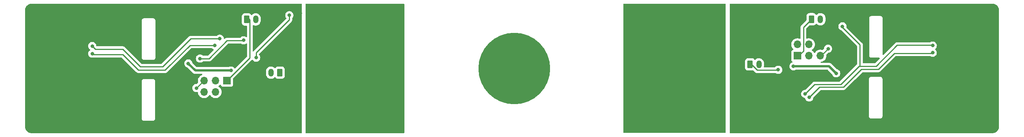
<source format=gbr>
G04 #@! TF.GenerationSoftware,KiCad,Pcbnew,(5.99.0-8941-ge2f8b1a4b1)*
G04 #@! TF.CreationDate,2021-03-10T18:45:48+13:00*
G04 #@! TF.ProjectId,diyBMS-Leaf,64697942-4d53-42d4-9c65-61662e6b6963,2.01*
G04 #@! TF.SameCoordinates,Original*
G04 #@! TF.FileFunction,Copper,L2,Bot*
G04 #@! TF.FilePolarity,Positive*
%FSLAX46Y46*%
G04 Gerber Fmt 4.6, Leading zero omitted, Abs format (unit mm)*
G04 Created by KiCad (PCBNEW (5.99.0-8941-ge2f8b1a4b1)) date 2021-03-10 18:45:48*
%MOMM*%
%LPD*%
G01*
G04 APERTURE LIST*
G04 Aperture macros list*
%AMRoundRect*
0 Rectangle with rounded corners*
0 $1 Rounding radius*
0 $2 $3 $4 $5 $6 $7 $8 $9 X,Y pos of 4 corners*
0 Add a 4 corners polygon primitive as box body*
4,1,4,$2,$3,$4,$5,$6,$7,$8,$9,$2,$3,0*
0 Add four circle primitives for the rounded corners*
1,1,$1+$1,$2,$3*
1,1,$1+$1,$4,$5*
1,1,$1+$1,$6,$7*
1,1,$1+$1,$8,$9*
0 Add four rect primitives between the rounded corners*
20,1,$1+$1,$2,$3,$4,$5,0*
20,1,$1+$1,$4,$5,$6,$7,0*
20,1,$1+$1,$6,$7,$8,$9,0*
20,1,$1+$1,$8,$9,$2,$3,0*%
G04 Aperture macros list end*
G04 #@! TA.AperFunction,ComponentPad*
%ADD10C,0.900000*%
G04 #@! TD*
G04 #@! TA.AperFunction,ComponentPad*
%ADD11C,16.000000*%
G04 #@! TD*
G04 #@! TA.AperFunction,ComponentPad*
%ADD12RoundRect,0.250000X0.350000X0.625000X-0.350000X0.625000X-0.350000X-0.625000X0.350000X-0.625000X0*%
G04 #@! TD*
G04 #@! TA.AperFunction,ComponentPad*
%ADD13O,1.200000X1.750000*%
G04 #@! TD*
G04 #@! TA.AperFunction,ComponentPad*
%ADD14RoundRect,0.250000X-0.350000X-0.625000X0.350000X-0.625000X0.350000X0.625000X-0.350000X0.625000X0*%
G04 #@! TD*
G04 #@! TA.AperFunction,ComponentPad*
%ADD15R,1.700000X1.700000*%
G04 #@! TD*
G04 #@! TA.AperFunction,ComponentPad*
%ADD16O,1.700000X1.700000*%
G04 #@! TD*
G04 #@! TA.AperFunction,ViaPad*
%ADD17C,0.800000*%
G04 #@! TD*
G04 #@! TA.AperFunction,ViaPad*
%ADD18C,1.000000*%
G04 #@! TD*
G04 #@! TA.AperFunction,Conductor*
%ADD19C,0.250000*%
G04 #@! TD*
G04 #@! TA.AperFunction,Conductor*
%ADD20C,0.500000*%
G04 #@! TD*
G04 APERTURE END LIST*
D10*
X115500000Y-97875000D03*
X120375000Y-93000000D03*
X118947146Y-89552854D03*
X118947146Y-96447146D03*
X112052854Y-96447146D03*
X112052854Y-89552854D03*
X115500000Y-88125000D03*
D11*
X115500000Y-93000000D03*
D10*
X110625000Y-93000000D03*
X186052854Y-89552854D03*
X186052854Y-96447146D03*
D11*
X189500000Y-93000000D03*
D10*
X192947146Y-96447146D03*
X189500000Y-97875000D03*
X192947146Y-89552854D03*
X184625000Y-93000000D03*
X189500000Y-88125000D03*
X194375000Y-93000000D03*
X155947146Y-96447146D03*
X152500000Y-97875000D03*
X149052854Y-89552854D03*
X157375000Y-93000000D03*
X147625000Y-93000000D03*
D11*
X152500000Y-93000000D03*
D10*
X149052854Y-96447146D03*
X152500000Y-88125000D03*
X155947146Y-89552854D03*
D12*
X100300000Y-93950000D03*
D13*
X98300000Y-93950000D03*
D14*
X218700000Y-82000000D03*
D13*
X220700000Y-82000000D03*
D14*
X92900000Y-82050000D03*
D13*
X94900000Y-82050000D03*
D15*
X215575000Y-90175000D03*
D16*
X215575000Y-87635000D03*
X218115000Y-90175000D03*
X218115000Y-87635000D03*
X220655000Y-90175000D03*
X220655000Y-87635000D03*
D14*
X205000000Y-92100000D03*
D13*
X207000000Y-92100000D03*
D15*
X88500000Y-95750000D03*
D16*
X88500000Y-98290000D03*
X85960000Y-95750000D03*
X85960000Y-98290000D03*
X83420000Y-95750000D03*
X83420000Y-98290000D03*
D17*
X217300000Y-98700000D03*
X225600000Y-83600000D03*
X245700000Y-87900000D03*
X211300000Y-93300000D03*
X102400000Y-81100000D03*
X95000000Y-90600000D03*
D18*
X47000000Y-80000000D03*
X49000000Y-80000000D03*
X51000000Y-80000000D03*
X53000000Y-80000000D03*
X55000000Y-80000000D03*
X57000000Y-80000000D03*
X59000000Y-80000000D03*
X61000000Y-80000000D03*
X63000000Y-80000000D03*
X65000000Y-80000000D03*
X67000000Y-80000000D03*
X71900000Y-80200000D03*
X69400000Y-80000000D03*
X45000000Y-82000000D03*
X45000000Y-84000000D03*
X45000000Y-86000000D03*
X45000000Y-88000000D03*
X45000000Y-90000000D03*
X45000000Y-92000000D03*
X45000000Y-94000000D03*
X45000000Y-96000000D03*
X45000000Y-98000000D03*
X45000000Y-102000000D03*
X45000000Y-100000000D03*
X45000000Y-104000000D03*
X45000000Y-106000000D03*
X47000000Y-106000000D03*
X49000000Y-106000000D03*
X51000000Y-106000000D03*
X53000000Y-106000000D03*
X55000000Y-106000000D03*
X57000000Y-106000000D03*
X59000000Y-106000000D03*
X61000000Y-106000000D03*
X63000000Y-106000000D03*
X65000000Y-106000000D03*
X67000000Y-106000000D03*
X70100000Y-106000000D03*
X45000000Y-80000000D03*
D17*
X98600000Y-97800000D03*
X104800000Y-80700000D03*
X96500000Y-97800000D03*
X97600000Y-98700000D03*
X96100000Y-100000000D03*
X84200000Y-83500000D03*
X97300000Y-103900000D03*
X79300000Y-101200000D03*
X81700000Y-97400000D03*
X82500000Y-90800000D03*
X92200000Y-86700000D03*
X58500000Y-89700000D03*
X85800000Y-87850000D03*
X89408000Y-93472000D03*
X79900000Y-91900000D03*
X58500000Y-88000000D03*
X86900000Y-86350000D03*
X224200000Y-94100000D03*
X214692000Y-92528000D03*
X205800000Y-101900000D03*
X229800000Y-100900000D03*
X225800000Y-101300000D03*
X231000000Y-100900000D03*
X231000000Y-98300000D03*
X231000000Y-103500000D03*
X209600000Y-98700000D03*
X210300000Y-86600000D03*
X230400000Y-99500000D03*
X209600000Y-99900000D03*
X229800000Y-103500000D03*
X205800000Y-100700000D03*
X210300000Y-88600000D03*
X230300000Y-94800000D03*
X208100000Y-79300000D03*
X205800000Y-103200000D03*
X229800000Y-98300000D03*
X231000000Y-102200000D03*
X216100000Y-102100000D03*
X209600000Y-97500000D03*
X228400000Y-97100000D03*
X229800000Y-102200000D03*
X229800000Y-97100000D03*
X229800000Y-96000000D03*
X226600000Y-81200000D03*
X228400000Y-98300000D03*
X228300000Y-101300000D03*
X231000000Y-95900000D03*
X231000000Y-97100000D03*
X245700000Y-89500000D03*
X218200000Y-99500000D03*
X222400000Y-88600000D03*
D19*
X229300000Y-92500000D02*
X225200000Y-96600000D01*
X233100000Y-92500000D02*
X229500000Y-92500000D01*
X229500000Y-92500000D02*
X229300000Y-92500000D01*
X229500000Y-87700000D02*
X229500000Y-92500000D01*
X225200000Y-96600000D02*
X219400000Y-96600000D01*
X245600000Y-87800000D02*
X237800000Y-87800000D01*
X245700000Y-87900000D02*
X245700000Y-87800000D01*
X225600000Y-83600000D02*
X225600000Y-83800000D01*
X237800000Y-87800000D02*
X233100000Y-92500000D01*
X245700000Y-87900000D02*
X245600000Y-87800000D01*
X219400000Y-96600000D02*
X217300000Y-98700000D01*
X225600000Y-83800000D02*
X229500000Y-87700000D01*
X211200000Y-93400000D02*
X206600000Y-93400000D01*
X206600000Y-93400000D02*
X205300000Y-92100000D01*
X211300000Y-93300000D02*
X211200000Y-93400000D01*
X102400000Y-82100000D02*
X102400000Y-81100000D01*
X95000000Y-90600000D02*
X95000000Y-89500000D01*
X95000000Y-89500000D02*
X102400000Y-82100000D01*
X83420000Y-95750000D02*
X83350000Y-95750000D01*
X83350000Y-95750000D02*
X81700000Y-97400000D01*
X88500000Y-86800000D02*
X84500000Y-90800000D01*
X92100000Y-86800000D02*
X88500000Y-86800000D01*
X92200000Y-86700000D02*
X92100000Y-86800000D01*
X84500000Y-90800000D02*
X82500000Y-90800000D01*
X93600000Y-82125000D02*
X93600000Y-90650000D01*
X88500000Y-95750000D02*
X93500000Y-90750000D01*
X93100000Y-81625000D02*
X93600000Y-82125000D01*
X93600000Y-90650000D02*
X93500000Y-90750000D01*
X58500000Y-89700000D02*
X58700000Y-89900000D01*
X68800000Y-93400000D02*
X74700000Y-93400000D01*
X58700000Y-89900000D02*
X65300000Y-89900000D01*
X65300000Y-89900000D02*
X68800000Y-93400000D01*
X74700000Y-93400000D02*
X75300000Y-92800000D01*
X80250000Y-87850000D02*
X75300000Y-92800000D01*
X85800000Y-87850000D02*
X80250000Y-87850000D01*
X75300000Y-92800000D02*
X75160000Y-92940000D01*
X85800000Y-87850000D02*
X85110000Y-87850000D01*
D20*
X79900000Y-91900000D02*
X81472000Y-93472000D01*
X81472000Y-93472000D02*
X89408000Y-93472000D01*
D19*
X79900000Y-91900000D02*
X79900000Y-91700000D01*
X58500000Y-88000000D02*
X59200000Y-88700000D01*
X80450000Y-86350000D02*
X86900000Y-86350000D01*
X74200000Y-92600000D02*
X80450000Y-86350000D01*
X69200000Y-92600000D02*
X74200000Y-92600000D01*
X65300000Y-88700000D02*
X69200000Y-92600000D01*
X59200000Y-88700000D02*
X65300000Y-88700000D01*
X224200000Y-94100000D02*
X224200000Y-94300000D01*
D20*
X224200000Y-94100000D02*
X222628000Y-92528000D01*
X222628000Y-92528000D02*
X214692000Y-92528000D01*
D19*
X245700000Y-89500000D02*
X245600000Y-89600000D01*
X220500000Y-97200000D02*
X218200000Y-99500000D01*
X245600000Y-89600000D02*
X237200000Y-89600000D01*
X233600000Y-93200000D02*
X229800000Y-93200000D01*
X237200000Y-89600000D02*
X233600000Y-93200000D01*
X229800000Y-93200000D02*
X225800000Y-97200000D01*
X225800000Y-97200000D02*
X220500000Y-97200000D01*
X216900000Y-83800000D02*
X216900000Y-89100000D01*
X216900000Y-89100000D02*
X215825000Y-90175000D01*
X218700000Y-82000000D02*
X216900000Y-83800000D01*
X215825000Y-90175000D02*
X215575000Y-90175000D01*
X220750000Y-90250000D02*
X222400000Y-88600000D01*
X220680000Y-90250000D02*
X220750000Y-90250000D01*
G04 #@! TA.AperFunction,Conductor*
G36*
X105142121Y-78528002D02*
G01*
X105188614Y-78581658D01*
X105200000Y-78634000D01*
X105200000Y-107366000D01*
X105179998Y-107434121D01*
X105126342Y-107480614D01*
X105074000Y-107492000D01*
X45082621Y-107492000D01*
X45060973Y-107490126D01*
X45052321Y-107488617D01*
X45052320Y-107488617D01*
X45047527Y-107487781D01*
X45042668Y-107487692D01*
X45042663Y-107487692D01*
X44932311Y-107485682D01*
X44925620Y-107485382D01*
X44909117Y-107484202D01*
X44880454Y-107482152D01*
X44871550Y-107481195D01*
X44732990Y-107461272D01*
X44705955Y-107457385D01*
X44697108Y-107455789D01*
X44670756Y-107450056D01*
X44662072Y-107447840D01*
X44565360Y-107419443D01*
X44501535Y-107400702D01*
X44493002Y-107397862D01*
X44467767Y-107388450D01*
X44459457Y-107385008D01*
X44307258Y-107315501D01*
X44299215Y-107311475D01*
X44275583Y-107298571D01*
X44267848Y-107293981D01*
X44182196Y-107238937D01*
X44127104Y-107203532D01*
X44119729Y-107198411D01*
X44098147Y-107182255D01*
X44091147Y-107176614D01*
X43964716Y-107067063D01*
X43958133Y-107060933D01*
X43939068Y-107041868D01*
X43932938Y-107035285D01*
X43823390Y-106908859D01*
X43817749Y-106901859D01*
X43801580Y-106880260D01*
X43796472Y-106872902D01*
X43706021Y-106732156D01*
X43701431Y-106724421D01*
X43688521Y-106700778D01*
X43684495Y-106692735D01*
X43614994Y-106540549D01*
X43611552Y-106532238D01*
X43602135Y-106506989D01*
X43599295Y-106498457D01*
X43552169Y-106337962D01*
X43549945Y-106329247D01*
X43544212Y-106302894D01*
X43542614Y-106294041D01*
X43518807Y-106128451D01*
X43517846Y-106119510D01*
X43514618Y-106074383D01*
X43514318Y-106067688D01*
X43512361Y-105960233D01*
X43512361Y-105960228D01*
X43512279Y-105955751D01*
X43509618Y-105939309D01*
X43508000Y-105919179D01*
X43508000Y-95969622D01*
X69491746Y-95969622D01*
X69491984Y-95970454D01*
X69492000Y-95970692D01*
X69492000Y-104227622D01*
X69491998Y-104228392D01*
X69491746Y-104269622D01*
X69494212Y-104278250D01*
X69494212Y-104278251D01*
X69499859Y-104298013D01*
X69503436Y-104314770D01*
X69504303Y-104320820D01*
X69507620Y-104343982D01*
X69511335Y-104352152D01*
X69511336Y-104352156D01*
X69518224Y-104367305D01*
X69524673Y-104384833D01*
X69529248Y-104400842D01*
X69529251Y-104400849D01*
X69531716Y-104409474D01*
X69547472Y-104434445D01*
X69555605Y-104449519D01*
X69567822Y-104476389D01*
X69584550Y-104495803D01*
X69595654Y-104510810D01*
X69609331Y-104532486D01*
X69621344Y-104543095D01*
X69631453Y-104552023D01*
X69643500Y-104564219D01*
X69656905Y-104579777D01*
X69656909Y-104579780D01*
X69662766Y-104586578D01*
X69670295Y-104591458D01*
X69670296Y-104591459D01*
X69684271Y-104600517D01*
X69699145Y-104611807D01*
X69718351Y-104628769D01*
X69745077Y-104641317D01*
X69760048Y-104649633D01*
X69784821Y-104665690D01*
X69793425Y-104668263D01*
X69793427Y-104668264D01*
X69809377Y-104673034D01*
X69826822Y-104679696D01*
X69841887Y-104686769D01*
X69841889Y-104686769D01*
X69850013Y-104690584D01*
X69858877Y-104691964D01*
X69858886Y-104691967D01*
X69879180Y-104695127D01*
X69895891Y-104698908D01*
X69915572Y-104704793D01*
X69915575Y-104704793D01*
X69924174Y-104707365D01*
X69933146Y-104707420D01*
X69933147Y-104707420D01*
X69956998Y-104707566D01*
X69959838Y-104707684D01*
X69961865Y-104708000D01*
X70027622Y-104708000D01*
X70028392Y-104708002D01*
X70069622Y-104708254D01*
X70070454Y-104708016D01*
X70070692Y-104708000D01*
X72027622Y-104708000D01*
X72028392Y-104708002D01*
X72069622Y-104708254D01*
X72078251Y-104705788D01*
X72098013Y-104700141D01*
X72114770Y-104696564D01*
X72135097Y-104693653D01*
X72135100Y-104693652D01*
X72143982Y-104692380D01*
X72152152Y-104688665D01*
X72152156Y-104688664D01*
X72167305Y-104681776D01*
X72184833Y-104675327D01*
X72200842Y-104670752D01*
X72200849Y-104670749D01*
X72209474Y-104668284D01*
X72234445Y-104652528D01*
X72249519Y-104644395D01*
X72276389Y-104632178D01*
X72295803Y-104615450D01*
X72310810Y-104604346D01*
X72332486Y-104590669D01*
X72352026Y-104568544D01*
X72364219Y-104556500D01*
X72379777Y-104543095D01*
X72379780Y-104543091D01*
X72386578Y-104537234D01*
X72400517Y-104515729D01*
X72411807Y-104500855D01*
X72422826Y-104488378D01*
X72428769Y-104481649D01*
X72441317Y-104454923D01*
X72449633Y-104439952D01*
X72465690Y-104415179D01*
X72468264Y-104406573D01*
X72473034Y-104390623D01*
X72479696Y-104373178D01*
X72486769Y-104358113D01*
X72486769Y-104358111D01*
X72490584Y-104349987D01*
X72491964Y-104341123D01*
X72491967Y-104341114D01*
X72495127Y-104320820D01*
X72498908Y-104304109D01*
X72504793Y-104284428D01*
X72504793Y-104284425D01*
X72507365Y-104275826D01*
X72507566Y-104243002D01*
X72507684Y-104240162D01*
X72508000Y-104238135D01*
X72508000Y-104172378D01*
X72508002Y-104171608D01*
X72508239Y-104132817D01*
X72508254Y-104130378D01*
X72508016Y-104129546D01*
X72508000Y-104129308D01*
X72508000Y-95872378D01*
X72508002Y-95871608D01*
X72508037Y-95865939D01*
X72508254Y-95830378D01*
X72504023Y-95815572D01*
X72500141Y-95801987D01*
X72496564Y-95785230D01*
X72493653Y-95764903D01*
X72493652Y-95764900D01*
X72492380Y-95756018D01*
X72488665Y-95747848D01*
X72488664Y-95747844D01*
X72481776Y-95732695D01*
X72475327Y-95715167D01*
X72470752Y-95699158D01*
X72470749Y-95699151D01*
X72468284Y-95690526D01*
X72452528Y-95665555D01*
X72444395Y-95650481D01*
X72432178Y-95623611D01*
X72415450Y-95604197D01*
X72404346Y-95589190D01*
X72390669Y-95567514D01*
X72368544Y-95547974D01*
X72356500Y-95535781D01*
X72343095Y-95520223D01*
X72343091Y-95520220D01*
X72337234Y-95513422D01*
X72315729Y-95499483D01*
X72300855Y-95488193D01*
X72288378Y-95477174D01*
X72281649Y-95471231D01*
X72254923Y-95458683D01*
X72239952Y-95450367D01*
X72215179Y-95434310D01*
X72206575Y-95431737D01*
X72206573Y-95431736D01*
X72190623Y-95426966D01*
X72173178Y-95420304D01*
X72158113Y-95413231D01*
X72158111Y-95413231D01*
X72149987Y-95409416D01*
X72141123Y-95408036D01*
X72141114Y-95408033D01*
X72120820Y-95404873D01*
X72104109Y-95401092D01*
X72084428Y-95395207D01*
X72084425Y-95395207D01*
X72075826Y-95392635D01*
X72066854Y-95392580D01*
X72066853Y-95392580D01*
X72043002Y-95392434D01*
X72040162Y-95392316D01*
X72038135Y-95392000D01*
X71972378Y-95392000D01*
X71971608Y-95391998D01*
X71971052Y-95391995D01*
X71930378Y-95391746D01*
X71929546Y-95391984D01*
X71929308Y-95392000D01*
X69972378Y-95392000D01*
X69971608Y-95391998D01*
X69971352Y-95391996D01*
X69930378Y-95391746D01*
X69921750Y-95394212D01*
X69921749Y-95394212D01*
X69901987Y-95399859D01*
X69885230Y-95403436D01*
X69864903Y-95406347D01*
X69864900Y-95406348D01*
X69856018Y-95407620D01*
X69847848Y-95411335D01*
X69847844Y-95411336D01*
X69832695Y-95418224D01*
X69815167Y-95424673D01*
X69799158Y-95429248D01*
X69799151Y-95429251D01*
X69790526Y-95431716D01*
X69765555Y-95447472D01*
X69750481Y-95455605D01*
X69723611Y-95467822D01*
X69704197Y-95484550D01*
X69689190Y-95495654D01*
X69667514Y-95509331D01*
X69661572Y-95516059D01*
X69647977Y-95531453D01*
X69635781Y-95543500D01*
X69620223Y-95556905D01*
X69620220Y-95556909D01*
X69613422Y-95562766D01*
X69608542Y-95570295D01*
X69608541Y-95570296D01*
X69599483Y-95584271D01*
X69588193Y-95599145D01*
X69571231Y-95618351D01*
X69558683Y-95645077D01*
X69550367Y-95660048D01*
X69534310Y-95684821D01*
X69531737Y-95693425D01*
X69531736Y-95693427D01*
X69526966Y-95709377D01*
X69520304Y-95726822D01*
X69509416Y-95750013D01*
X69508036Y-95758877D01*
X69508033Y-95758886D01*
X69504873Y-95779180D01*
X69501092Y-95795891D01*
X69495207Y-95815572D01*
X69492635Y-95824174D01*
X69492580Y-95833146D01*
X69492580Y-95833147D01*
X69492434Y-95856998D01*
X69492316Y-95859838D01*
X69492000Y-95861865D01*
X69492000Y-95927622D01*
X69491998Y-95928392D01*
X69491746Y-95969622D01*
X43508000Y-95969622D01*
X43508000Y-88000000D01*
X57586500Y-88000000D01*
X57587190Y-88006565D01*
X57604755Y-88173682D01*
X57606462Y-88189927D01*
X57665476Y-88371554D01*
X57760963Y-88536942D01*
X57888749Y-88678863D01*
X57894091Y-88682744D01*
X57894093Y-88682746D01*
X57983996Y-88748064D01*
X58027350Y-88804286D01*
X58033425Y-88875022D01*
X58000294Y-88937814D01*
X57983996Y-88951936D01*
X57894093Y-89017254D01*
X57894091Y-89017256D01*
X57888749Y-89021137D01*
X57884328Y-89026047D01*
X57884327Y-89026048D01*
X57795502Y-89124699D01*
X57760963Y-89163058D01*
X57665476Y-89328446D01*
X57663434Y-89334731D01*
X57635737Y-89419975D01*
X57606462Y-89510073D01*
X57605772Y-89516636D01*
X57605772Y-89516637D01*
X57587190Y-89693435D01*
X57586500Y-89700000D01*
X57606462Y-89889927D01*
X57665476Y-90071554D01*
X57668779Y-90077276D01*
X57668780Y-90077277D01*
X57688034Y-90110625D01*
X57760963Y-90236942D01*
X57888749Y-90378863D01*
X57894091Y-90382744D01*
X57894093Y-90382746D01*
X57956994Y-90428446D01*
X58043250Y-90491114D01*
X58049278Y-90493798D01*
X58049280Y-90493799D01*
X58211680Y-90566104D01*
X58217713Y-90568790D01*
X58311113Y-90588643D01*
X58398056Y-90607124D01*
X58398061Y-90607124D01*
X58404513Y-90608496D01*
X58595487Y-90608496D01*
X58601939Y-90607124D01*
X58601944Y-90607124D01*
X58688887Y-90588643D01*
X58782287Y-90568790D01*
X58788314Y-90566107D01*
X58788322Y-90566104D01*
X58837085Y-90544393D01*
X58888333Y-90533500D01*
X64985406Y-90533500D01*
X65053527Y-90553502D01*
X65074501Y-90570405D01*
X68296618Y-93792523D01*
X68303969Y-93800601D01*
X68308027Y-93806995D01*
X68313806Y-93812422D01*
X68313807Y-93812423D01*
X68356862Y-93852854D01*
X68359704Y-93855609D01*
X68380033Y-93875938D01*
X68383453Y-93878590D01*
X68392476Y-93886297D01*
X68424699Y-93916557D01*
X68431643Y-93920374D01*
X68431648Y-93920378D01*
X68442450Y-93926316D01*
X68458977Y-93937172D01*
X68474977Y-93949583D01*
X68482248Y-93952730D01*
X68482249Y-93952730D01*
X68515551Y-93967141D01*
X68526207Y-93972362D01*
X68564952Y-93993662D01*
X68572635Y-93995634D01*
X68572636Y-93995635D01*
X68584568Y-93998699D01*
X68603272Y-94005103D01*
X68614585Y-94009999D01*
X68614592Y-94010001D01*
X68621864Y-94013148D01*
X68629688Y-94014387D01*
X68629691Y-94014388D01*
X68665535Y-94020065D01*
X68677156Y-94022472D01*
X68714218Y-94031987D01*
X68719975Y-94033465D01*
X68720531Y-94033500D01*
X68740452Y-94033500D01*
X68760162Y-94035051D01*
X68772114Y-94036944D01*
X68772115Y-94036944D01*
X68779944Y-94038184D01*
X68787836Y-94037438D01*
X68823582Y-94034059D01*
X68835440Y-94033500D01*
X74621616Y-94033500D01*
X74632520Y-94034014D01*
X74639911Y-94035666D01*
X74647837Y-94035417D01*
X74647838Y-94035417D01*
X74706866Y-94033562D01*
X74710823Y-94033500D01*
X74739578Y-94033500D01*
X74743845Y-94032961D01*
X74755687Y-94032028D01*
X74787335Y-94031033D01*
X74791960Y-94030888D01*
X74799883Y-94030639D01*
X74819334Y-94024988D01*
X74838695Y-94020978D01*
X74841420Y-94020634D01*
X74850930Y-94019433D01*
X74850933Y-94019432D01*
X74858788Y-94018440D01*
X74866153Y-94015524D01*
X74866157Y-94015523D01*
X74899901Y-94002163D01*
X74911130Y-93998318D01*
X74953578Y-93985986D01*
X74960406Y-93981948D01*
X74971011Y-93975677D01*
X74988762Y-93966981D01*
X75000226Y-93962442D01*
X75000229Y-93962440D01*
X75007600Y-93959522D01*
X75043368Y-93933535D01*
X75053291Y-93927016D01*
X75054475Y-93926316D01*
X75091341Y-93904514D01*
X75091759Y-93904145D01*
X75105842Y-93890062D01*
X75120867Y-93877228D01*
X75137083Y-93865446D01*
X75165030Y-93831664D01*
X75173019Y-93822885D01*
X80475499Y-88520405D01*
X80537811Y-88486379D01*
X80564594Y-88483500D01*
X85091806Y-88483500D01*
X85159927Y-88503502D01*
X85179151Y-88519842D01*
X85179425Y-88519538D01*
X85184328Y-88523953D01*
X85188749Y-88528863D01*
X85194091Y-88532744D01*
X85194093Y-88532746D01*
X85206624Y-88541850D01*
X85343250Y-88641114D01*
X85349278Y-88643798D01*
X85349280Y-88643799D01*
X85466195Y-88695853D01*
X85520291Y-88741834D01*
X85540940Y-88809761D01*
X85521587Y-88878069D01*
X85504041Y-88900055D01*
X84274501Y-90129595D01*
X84212189Y-90163621D01*
X84185406Y-90166500D01*
X83208194Y-90166500D01*
X83140073Y-90146498D01*
X83120849Y-90130158D01*
X83120575Y-90130462D01*
X83115672Y-90126047D01*
X83111251Y-90121137D01*
X83105909Y-90117256D01*
X83105907Y-90117254D01*
X82962092Y-90012767D01*
X82962091Y-90012766D01*
X82956750Y-90008886D01*
X82950722Y-90006202D01*
X82950720Y-90006201D01*
X82788318Y-89933895D01*
X82788317Y-89933895D01*
X82782287Y-89931210D01*
X82688887Y-89911357D01*
X82601944Y-89892876D01*
X82601939Y-89892876D01*
X82595487Y-89891504D01*
X82404513Y-89891504D01*
X82398061Y-89892876D01*
X82398056Y-89892876D01*
X82311113Y-89911357D01*
X82217713Y-89931210D01*
X82211683Y-89933895D01*
X82211682Y-89933895D01*
X82049280Y-90006201D01*
X82049278Y-90006202D01*
X82043250Y-90008886D01*
X82037909Y-90012766D01*
X82037908Y-90012767D01*
X81894093Y-90117254D01*
X81894091Y-90117256D01*
X81888749Y-90121137D01*
X81760963Y-90263058D01*
X81665476Y-90428446D01*
X81663434Y-90434731D01*
X81618733Y-90572308D01*
X81606462Y-90610073D01*
X81605772Y-90616636D01*
X81605772Y-90616637D01*
X81592689Y-90741114D01*
X81586500Y-90800000D01*
X81587190Y-90806565D01*
X81604896Y-90975023D01*
X81606462Y-90989927D01*
X81665476Y-91171554D01*
X81760963Y-91336942D01*
X81765381Y-91341849D01*
X81765382Y-91341850D01*
X81881479Y-91470789D01*
X81888749Y-91478863D01*
X81894091Y-91482744D01*
X81894093Y-91482746D01*
X81949117Y-91522723D01*
X82043250Y-91591114D01*
X82049278Y-91593798D01*
X82049280Y-91593799D01*
X82211682Y-91666105D01*
X82217713Y-91668790D01*
X82311113Y-91688643D01*
X82398056Y-91707124D01*
X82398061Y-91707124D01*
X82404513Y-91708496D01*
X82595487Y-91708496D01*
X82601939Y-91707124D01*
X82601944Y-91707124D01*
X82688887Y-91688643D01*
X82782287Y-91668790D01*
X82788318Y-91666105D01*
X82950720Y-91593799D01*
X82950722Y-91593798D01*
X82956750Y-91591114D01*
X83050883Y-91522723D01*
X83105907Y-91482746D01*
X83105909Y-91482744D01*
X83111251Y-91478863D01*
X83115673Y-91473952D01*
X83120575Y-91469538D01*
X83121701Y-91470789D01*
X83175000Y-91437951D01*
X83208194Y-91433500D01*
X84421616Y-91433500D01*
X84432520Y-91434014D01*
X84439911Y-91435666D01*
X84447837Y-91435417D01*
X84447838Y-91435417D01*
X84506866Y-91433562D01*
X84510823Y-91433500D01*
X84539578Y-91433500D01*
X84543845Y-91432961D01*
X84555687Y-91432028D01*
X84587335Y-91431033D01*
X84591960Y-91430888D01*
X84599883Y-91430639D01*
X84619334Y-91424988D01*
X84638695Y-91420978D01*
X84641420Y-91420634D01*
X84650930Y-91419433D01*
X84650933Y-91419432D01*
X84658788Y-91418440D01*
X84666153Y-91415524D01*
X84666157Y-91415523D01*
X84699901Y-91402163D01*
X84711130Y-91398318D01*
X84753578Y-91385986D01*
X84760406Y-91381948D01*
X84771011Y-91375677D01*
X84788762Y-91366981D01*
X84800226Y-91362442D01*
X84800229Y-91362440D01*
X84807600Y-91359522D01*
X84843368Y-91333535D01*
X84853291Y-91327016D01*
X84891341Y-91304514D01*
X84891759Y-91304145D01*
X84905842Y-91290062D01*
X84920867Y-91277228D01*
X84937083Y-91265446D01*
X84965030Y-91231664D01*
X84973019Y-91222885D01*
X88725499Y-87470405D01*
X88787811Y-87436379D01*
X88814594Y-87433500D01*
X91623011Y-87433500D01*
X91697072Y-87457564D01*
X91725814Y-87478446D01*
X91743250Y-87491114D01*
X91749278Y-87493798D01*
X91749280Y-87493799D01*
X91911682Y-87566105D01*
X91917713Y-87568790D01*
X92002504Y-87586813D01*
X92098056Y-87607124D01*
X92098061Y-87607124D01*
X92104513Y-87608496D01*
X92295487Y-87608496D01*
X92301939Y-87607124D01*
X92301944Y-87607124D01*
X92397496Y-87586813D01*
X92482287Y-87568790D01*
X92488318Y-87566105D01*
X92650720Y-87493799D01*
X92650722Y-87493798D01*
X92656750Y-87491114D01*
X92674186Y-87478446D01*
X92766439Y-87411421D01*
X92833307Y-87387562D01*
X92902459Y-87403643D01*
X92951939Y-87454557D01*
X92966500Y-87513357D01*
X92966500Y-90335406D01*
X92946498Y-90403527D01*
X92929595Y-90424501D01*
X90362708Y-92991388D01*
X90300396Y-93025414D01*
X90229581Y-93020349D01*
X90172745Y-92977802D01*
X90164495Y-92965295D01*
X90150338Y-92940776D01*
X90147037Y-92935058D01*
X90128312Y-92914261D01*
X90023673Y-92798048D01*
X90023672Y-92798047D01*
X90019251Y-92793137D01*
X90013909Y-92789256D01*
X90013907Y-92789254D01*
X89870092Y-92684767D01*
X89870091Y-92684766D01*
X89864750Y-92680886D01*
X89858722Y-92678202D01*
X89858720Y-92678201D01*
X89696318Y-92605895D01*
X89696317Y-92605895D01*
X89690287Y-92603210D01*
X89594013Y-92582746D01*
X89509944Y-92564876D01*
X89509939Y-92564876D01*
X89503487Y-92563504D01*
X89312513Y-92563504D01*
X89306061Y-92564876D01*
X89306056Y-92564876D01*
X89221987Y-92582746D01*
X89125713Y-92603210D01*
X89119683Y-92605895D01*
X89119682Y-92605895D01*
X88957278Y-92678202D01*
X88951250Y-92680886D01*
X88945914Y-92684763D01*
X88945912Y-92684764D01*
X88939479Y-92689438D01*
X88865420Y-92713500D01*
X81838371Y-92713500D01*
X81770250Y-92693498D01*
X81749276Y-92676595D01*
X80820119Y-91747438D01*
X80789381Y-91697279D01*
X80736566Y-91534731D01*
X80734524Y-91528446D01*
X80639037Y-91363058D01*
X80631657Y-91354861D01*
X80515673Y-91226048D01*
X80515672Y-91226047D01*
X80511251Y-91221137D01*
X80505909Y-91217256D01*
X80505907Y-91217254D01*
X80362092Y-91112767D01*
X80362091Y-91112766D01*
X80356750Y-91108886D01*
X80350722Y-91106202D01*
X80350720Y-91106201D01*
X80188318Y-91033895D01*
X80188317Y-91033895D01*
X80182287Y-91031210D01*
X80079403Y-91009341D01*
X80001944Y-90992876D01*
X80001939Y-90992876D01*
X79995487Y-90991504D01*
X79804513Y-90991504D01*
X79798061Y-90992876D01*
X79798056Y-90992876D01*
X79720597Y-91009341D01*
X79617713Y-91031210D01*
X79611683Y-91033895D01*
X79611682Y-91033895D01*
X79449280Y-91106201D01*
X79449278Y-91106202D01*
X79443250Y-91108886D01*
X79437909Y-91112766D01*
X79437908Y-91112767D01*
X79294093Y-91217254D01*
X79294091Y-91217256D01*
X79288749Y-91221137D01*
X79284328Y-91226047D01*
X79284327Y-91226048D01*
X79168344Y-91354861D01*
X79160963Y-91363058D01*
X79065476Y-91528446D01*
X79006462Y-91710073D01*
X78986500Y-91900000D01*
X79006462Y-92089927D01*
X79065476Y-92271554D01*
X79160963Y-92436942D01*
X79165381Y-92441849D01*
X79165382Y-92441850D01*
X79278000Y-92566925D01*
X79288749Y-92578863D01*
X79294091Y-92582744D01*
X79294093Y-92582746D01*
X79425478Y-92678202D01*
X79443250Y-92691114D01*
X79449278Y-92693798D01*
X79449280Y-92693799D01*
X79610274Y-92765478D01*
X79617713Y-92768790D01*
X79680766Y-92782192D01*
X79743663Y-92816344D01*
X80888997Y-93961678D01*
X80901382Y-93976089D01*
X80913611Y-93992706D01*
X80919194Y-93997449D01*
X80952351Y-94025618D01*
X80959867Y-94032548D01*
X80965985Y-94038666D01*
X80989372Y-94057169D01*
X80992738Y-94059930D01*
X81048376Y-94107197D01*
X81054897Y-94110527D01*
X81059888Y-94113855D01*
X81065057Y-94117047D01*
X81070803Y-94121594D01*
X81136910Y-94152491D01*
X81140839Y-94154411D01*
X81205865Y-94187615D01*
X81212970Y-94189354D01*
X81218623Y-94191456D01*
X81224373Y-94193369D01*
X81231002Y-94196467D01*
X81238162Y-94197956D01*
X81238173Y-94197960D01*
X81302493Y-94211339D01*
X81306780Y-94212309D01*
X81372172Y-94228310D01*
X81372178Y-94228311D01*
X81377630Y-94229645D01*
X81383234Y-94229993D01*
X81383236Y-94229993D01*
X81390024Y-94230414D01*
X81393421Y-94230671D01*
X81396961Y-94230987D01*
X81404129Y-94232478D01*
X81411446Y-94232280D01*
X81459539Y-94230978D01*
X81475517Y-94230546D01*
X81478925Y-94230500D01*
X82906741Y-94230500D01*
X82974862Y-94250502D01*
X83021355Y-94304158D01*
X83031459Y-94374432D01*
X83001965Y-94439012D01*
X82953022Y-94473692D01*
X82813740Y-94528697D01*
X82616631Y-94648306D01*
X82612601Y-94651803D01*
X82485280Y-94762286D01*
X82442492Y-94799415D01*
X82439109Y-94803541D01*
X82439105Y-94803545D01*
X82366768Y-94891767D01*
X82296304Y-94977705D01*
X82293666Y-94982339D01*
X82293663Y-94982344D01*
X82238950Y-95078461D01*
X82182245Y-95178077D01*
X82103578Y-95394802D01*
X82102629Y-95400051D01*
X82102628Y-95400054D01*
X82065713Y-95604197D01*
X82062551Y-95621683D01*
X82062500Y-95627023D01*
X82060462Y-95839349D01*
X82060338Y-95852233D01*
X82063512Y-95871935D01*
X82090538Y-96039728D01*
X82081623Y-96110163D01*
X82055236Y-96148860D01*
X81749497Y-96454599D01*
X81687185Y-96488625D01*
X81660402Y-96491504D01*
X81604513Y-96491504D01*
X81598061Y-96492876D01*
X81598056Y-96492876D01*
X81542097Y-96504771D01*
X81417713Y-96531210D01*
X81411683Y-96533895D01*
X81411682Y-96533895D01*
X81249280Y-96606201D01*
X81249278Y-96606202D01*
X81243250Y-96608886D01*
X81237909Y-96612766D01*
X81237908Y-96612767D01*
X81094093Y-96717254D01*
X81094091Y-96717256D01*
X81088749Y-96721137D01*
X81084328Y-96726047D01*
X81084327Y-96726048D01*
X81025435Y-96791455D01*
X80960963Y-96863058D01*
X80865476Y-97028446D01*
X80863434Y-97034731D01*
X80813535Y-97188306D01*
X80806462Y-97210073D01*
X80786500Y-97400000D01*
X80806462Y-97589927D01*
X80808502Y-97596205D01*
X80808502Y-97596206D01*
X80818469Y-97626882D01*
X80865476Y-97771554D01*
X80960963Y-97936942D01*
X81088749Y-98078863D01*
X81094091Y-98082744D01*
X81094093Y-98082746D01*
X81237908Y-98187233D01*
X81243250Y-98191114D01*
X81249278Y-98193798D01*
X81249280Y-98193799D01*
X81411682Y-98266105D01*
X81417713Y-98268790D01*
X81503628Y-98287052D01*
X81598056Y-98307124D01*
X81598061Y-98307124D01*
X81604513Y-98308496D01*
X81795487Y-98308496D01*
X81801940Y-98307124D01*
X81801953Y-98307123D01*
X81909388Y-98284286D01*
X81980178Y-98289687D01*
X82036811Y-98332503D01*
X82059123Y-98392429D01*
X82060338Y-98392233D01*
X82097002Y-98619861D01*
X82171494Y-98838056D01*
X82281685Y-99040580D01*
X82424424Y-99221644D01*
X82428389Y-99225220D01*
X82591659Y-99372489D01*
X82591665Y-99372494D01*
X82595629Y-99376069D01*
X82790406Y-99499439D01*
X83003184Y-99588228D01*
X83008387Y-99589425D01*
X83008392Y-99589426D01*
X83222678Y-99638701D01*
X83222683Y-99638702D01*
X83227881Y-99639897D01*
X83233209Y-99640200D01*
X83233212Y-99640200D01*
X83389293Y-99649063D01*
X83458071Y-99652968D01*
X83463378Y-99652368D01*
X83463380Y-99652368D01*
X83584272Y-99638701D01*
X83687173Y-99627068D01*
X83692288Y-99625587D01*
X83692292Y-99625586D01*
X83821298Y-99588228D01*
X83908635Y-99562937D01*
X84116125Y-99462409D01*
X84120463Y-99459309D01*
X84120468Y-99459306D01*
X84299370Y-99331459D01*
X84303711Y-99328357D01*
X84466030Y-99164617D01*
X84469090Y-99160255D01*
X84469095Y-99160249D01*
X84587634Y-98991271D01*
X84643130Y-98946990D01*
X84713755Y-98939743D01*
X84777088Y-98971829D01*
X84801461Y-99003410D01*
X84821685Y-99040580D01*
X84964424Y-99221644D01*
X84968389Y-99225220D01*
X85131659Y-99372489D01*
X85131665Y-99372494D01*
X85135629Y-99376069D01*
X85330406Y-99499439D01*
X85543184Y-99588228D01*
X85548387Y-99589425D01*
X85548392Y-99589426D01*
X85762678Y-99638701D01*
X85762683Y-99638702D01*
X85767881Y-99639897D01*
X85773209Y-99640200D01*
X85773212Y-99640200D01*
X85929293Y-99649063D01*
X85998071Y-99652968D01*
X86003378Y-99652368D01*
X86003380Y-99652368D01*
X86124272Y-99638701D01*
X86227173Y-99627068D01*
X86232288Y-99625587D01*
X86232292Y-99625586D01*
X86361298Y-99588228D01*
X86448635Y-99562937D01*
X86656125Y-99462409D01*
X86660463Y-99459309D01*
X86660468Y-99459306D01*
X86839370Y-99331459D01*
X86843711Y-99328357D01*
X87006030Y-99164617D01*
X87096330Y-99035895D01*
X87135375Y-98980236D01*
X87135376Y-98980234D01*
X87138439Y-98975868D01*
X87237153Y-98767508D01*
X87299349Y-98545494D01*
X87323249Y-98316176D01*
X87323500Y-98290000D01*
X87318694Y-98233360D01*
X87304458Y-98065576D01*
X87304457Y-98065572D01*
X87304007Y-98060265D01*
X87246084Y-97837098D01*
X87219137Y-97777277D01*
X87153578Y-97631743D01*
X87153577Y-97631741D01*
X87151388Y-97626882D01*
X87022627Y-97435626D01*
X86988642Y-97400000D01*
X86867161Y-97272656D01*
X86863482Y-97268799D01*
X86678504Y-97131171D01*
X86673743Y-97128751D01*
X86670425Y-97126693D01*
X86623071Y-97073796D01*
X86611832Y-97003695D01*
X86640277Y-96938645D01*
X86663564Y-96917093D01*
X86672304Y-96910847D01*
X86843711Y-96788357D01*
X86949489Y-96681653D01*
X87011652Y-96647356D01*
X87082490Y-96652113D01*
X87139510Y-96694411D01*
X87159867Y-96734860D01*
X87182904Y-96813316D01*
X87187775Y-96820895D01*
X87257051Y-96928691D01*
X87257053Y-96928694D01*
X87261923Y-96936271D01*
X87268733Y-96942172D01*
X87365569Y-97026082D01*
X87365572Y-97026084D01*
X87372381Y-97031984D01*
X87380579Y-97035728D01*
X87383989Y-97037285D01*
X87505330Y-97092700D01*
X87514245Y-97093982D01*
X87514246Y-97093982D01*
X87645552Y-97112861D01*
X87645559Y-97112862D01*
X87650000Y-97113500D01*
X89350000Y-97113500D01*
X89423079Y-97108273D01*
X89501165Y-97085345D01*
X89554670Y-97069635D01*
X89554672Y-97069634D01*
X89563316Y-97067096D01*
X89601472Y-97042574D01*
X89678691Y-96992949D01*
X89678694Y-96992947D01*
X89686271Y-96988077D01*
X89726048Y-96942172D01*
X89776082Y-96884431D01*
X89776084Y-96884428D01*
X89781984Y-96877619D01*
X89785728Y-96869421D01*
X89838958Y-96752864D01*
X89838958Y-96752863D01*
X89842700Y-96744670D01*
X89844110Y-96734861D01*
X89862861Y-96604448D01*
X89862862Y-96604441D01*
X89863500Y-96600000D01*
X89863500Y-95334594D01*
X89883502Y-95266473D01*
X89900405Y-95245499D01*
X91573142Y-93572762D01*
X97191500Y-93572762D01*
X97191500Y-94277406D01*
X97206589Y-94435558D01*
X97208277Y-94441312D01*
X97253176Y-94594357D01*
X97266131Y-94638518D01*
X97268877Y-94643850D01*
X97268878Y-94643852D01*
X97351126Y-94803545D01*
X97362978Y-94826558D01*
X97493635Y-94992891D01*
X97498165Y-94996822D01*
X97498166Y-94996823D01*
X97648856Y-95127587D01*
X97648861Y-95127591D01*
X97653387Y-95131518D01*
X97836471Y-95237434D01*
X97842147Y-95239405D01*
X98030607Y-95304850D01*
X98030610Y-95304851D01*
X98036281Y-95306820D01*
X98158617Y-95324558D01*
X98239666Y-95336310D01*
X98239669Y-95336310D01*
X98245606Y-95337171D01*
X98456894Y-95327391D01*
X98643562Y-95282404D01*
X98656687Y-95279241D01*
X98656689Y-95279240D01*
X98662520Y-95277835D01*
X98667978Y-95275353D01*
X98667982Y-95275352D01*
X98784776Y-95222249D01*
X98855066Y-95190290D01*
X99027584Y-95067914D01*
X99045392Y-95049312D01*
X99067685Y-95026024D01*
X99119106Y-94972308D01*
X99180660Y-94936932D01*
X99251569Y-94940451D01*
X99309320Y-94981747D01*
X99315495Y-94990354D01*
X99364269Y-95064747D01*
X99492645Y-95186358D01*
X99645555Y-95275175D01*
X99814796Y-95326433D01*
X99821236Y-95327008D01*
X99821237Y-95327008D01*
X99891185Y-95333251D01*
X99891191Y-95333251D01*
X99893978Y-95333500D01*
X100692886Y-95333500D01*
X100788106Y-95322398D01*
X100818371Y-95318870D01*
X100818372Y-95318870D01*
X100825643Y-95318022D01*
X100832521Y-95315526D01*
X100832523Y-95315525D01*
X100984985Y-95260184D01*
X100991864Y-95257687D01*
X101139747Y-95160731D01*
X101261358Y-95032355D01*
X101350175Y-94879445D01*
X101401433Y-94710204D01*
X101402008Y-94703763D01*
X101408251Y-94633815D01*
X101408251Y-94633809D01*
X101408500Y-94631022D01*
X101408500Y-93282114D01*
X101393022Y-93149357D01*
X101332687Y-92983136D01*
X101235731Y-92835253D01*
X101107355Y-92713642D01*
X100954445Y-92624825D01*
X100785204Y-92573567D01*
X100778764Y-92572992D01*
X100778763Y-92572992D01*
X100708815Y-92566749D01*
X100708809Y-92566749D01*
X100706022Y-92566500D01*
X99907114Y-92566500D01*
X99811894Y-92577602D01*
X99781629Y-92581130D01*
X99781628Y-92581130D01*
X99774357Y-92581978D01*
X99767479Y-92584474D01*
X99767477Y-92584475D01*
X99656315Y-92624825D01*
X99608136Y-92642313D01*
X99460253Y-92739269D01*
X99338642Y-92867645D01*
X99334965Y-92873976D01*
X99320019Y-92899707D01*
X99268508Y-92948566D01*
X99198760Y-92961820D01*
X99132918Y-92935261D01*
X99111984Y-92914261D01*
X99110075Y-92911831D01*
X99110070Y-92911826D01*
X99106365Y-92907109D01*
X99068183Y-92873976D01*
X98951144Y-92772413D01*
X98951139Y-92772409D01*
X98946613Y-92768482D01*
X98763529Y-92662566D01*
X98698016Y-92639816D01*
X98569393Y-92595150D01*
X98569390Y-92595149D01*
X98563719Y-92593180D01*
X98428452Y-92573567D01*
X98360334Y-92563690D01*
X98360331Y-92563690D01*
X98354394Y-92562829D01*
X98143106Y-92572609D01*
X98021824Y-92601838D01*
X97943313Y-92620759D01*
X97943311Y-92620760D01*
X97937480Y-92622165D01*
X97932022Y-92624647D01*
X97932018Y-92624648D01*
X97884340Y-92646326D01*
X97744934Y-92709710D01*
X97572416Y-92832086D01*
X97568267Y-92836420D01*
X97568266Y-92836421D01*
X97430302Y-92980540D01*
X97430298Y-92980545D01*
X97426152Y-92984876D01*
X97422900Y-92989912D01*
X97422898Y-92989915D01*
X97314670Y-93157531D01*
X97311418Y-93162568D01*
X97232354Y-93358749D01*
X97231206Y-93364630D01*
X97231204Y-93364635D01*
X97209309Y-93476754D01*
X97191814Y-93566341D01*
X97191500Y-93572762D01*
X91573142Y-93572762D01*
X93975938Y-91169966D01*
X93992529Y-91153376D01*
X94000602Y-91146031D01*
X94006995Y-91141973D01*
X94049928Y-91096254D01*
X94111141Y-91060289D01*
X94182081Y-91063126D01*
X94240225Y-91103867D01*
X94250896Y-91119506D01*
X94260963Y-91136942D01*
X94265381Y-91141849D01*
X94265382Y-91141850D01*
X94384327Y-91273952D01*
X94388749Y-91278863D01*
X94394091Y-91282744D01*
X94394093Y-91282746D01*
X94530634Y-91381948D01*
X94543250Y-91391114D01*
X94549278Y-91393798D01*
X94549280Y-91393799D01*
X94711682Y-91466105D01*
X94717713Y-91468790D01*
X94811113Y-91488643D01*
X94898056Y-91507124D01*
X94898061Y-91507124D01*
X94904513Y-91508496D01*
X95095487Y-91508496D01*
X95101939Y-91507124D01*
X95101944Y-91507124D01*
X95188887Y-91488643D01*
X95282287Y-91468790D01*
X95288318Y-91466105D01*
X95450720Y-91393799D01*
X95450722Y-91393798D01*
X95456750Y-91391114D01*
X95469366Y-91381948D01*
X95605907Y-91282746D01*
X95605909Y-91282744D01*
X95611251Y-91278863D01*
X95615673Y-91273952D01*
X95734618Y-91141850D01*
X95734619Y-91141849D01*
X95739037Y-91136942D01*
X95825850Y-90986578D01*
X95831220Y-90977277D01*
X95831221Y-90977276D01*
X95834524Y-90971554D01*
X95887187Y-90809474D01*
X95891498Y-90796206D01*
X95891498Y-90796205D01*
X95893538Y-90789927D01*
X95903199Y-90698013D01*
X95912810Y-90606565D01*
X95913500Y-90600000D01*
X95906439Y-90532817D01*
X95894228Y-90416637D01*
X95894228Y-90416636D01*
X95893538Y-90410073D01*
X95834524Y-90228446D01*
X95739037Y-90063058D01*
X95665864Y-89981791D01*
X95635146Y-89917784D01*
X95633500Y-89897481D01*
X95633500Y-89814594D01*
X95653502Y-89746473D01*
X95670405Y-89725499D01*
X99216883Y-86179022D01*
X102792523Y-82603382D01*
X102800601Y-82596031D01*
X102806995Y-82591973D01*
X102852855Y-82543137D01*
X102855609Y-82540296D01*
X102875938Y-82519967D01*
X102878590Y-82516547D01*
X102886297Y-82507524D01*
X102911130Y-82481080D01*
X102916557Y-82475301D01*
X102920374Y-82468357D01*
X102920378Y-82468352D01*
X102926316Y-82457550D01*
X102937172Y-82441023D01*
X102944724Y-82431287D01*
X102949583Y-82425023D01*
X102967142Y-82384447D01*
X102972363Y-82373790D01*
X102974166Y-82370511D01*
X102993662Y-82335048D01*
X102995635Y-82327364D01*
X102998699Y-82315432D01*
X103005103Y-82296728D01*
X103009999Y-82285415D01*
X103010001Y-82285408D01*
X103013148Y-82278136D01*
X103016154Y-82259160D01*
X103020065Y-82234465D01*
X103022472Y-82222844D01*
X103031987Y-82185782D01*
X103031987Y-82185781D01*
X103033465Y-82180025D01*
X103033500Y-82179469D01*
X103033500Y-82159548D01*
X103035051Y-82139838D01*
X103036944Y-82127886D01*
X103036944Y-82127885D01*
X103038184Y-82120056D01*
X103034059Y-82076417D01*
X103033500Y-82064560D01*
X103033500Y-81802519D01*
X103053502Y-81734398D01*
X103065864Y-81718209D01*
X103134618Y-81641850D01*
X103134619Y-81641849D01*
X103139037Y-81636942D01*
X103234524Y-81471554D01*
X103268760Y-81366185D01*
X103291498Y-81296206D01*
X103291498Y-81296205D01*
X103293538Y-81289927D01*
X103313500Y-81100000D01*
X103304233Y-81011827D01*
X103294228Y-80916637D01*
X103294228Y-80916636D01*
X103293538Y-80910073D01*
X103270533Y-80839269D01*
X103244970Y-80760595D01*
X103234524Y-80728446D01*
X103139037Y-80563058D01*
X103011251Y-80421137D01*
X103005909Y-80417256D01*
X103005907Y-80417254D01*
X102862092Y-80312767D01*
X102862091Y-80312766D01*
X102856750Y-80308886D01*
X102850722Y-80306202D01*
X102850720Y-80306201D01*
X102688318Y-80233895D01*
X102688317Y-80233895D01*
X102682287Y-80231210D01*
X102588887Y-80211357D01*
X102501944Y-80192876D01*
X102501939Y-80192876D01*
X102495487Y-80191504D01*
X102304513Y-80191504D01*
X102298061Y-80192876D01*
X102298056Y-80192876D01*
X102211113Y-80211357D01*
X102117713Y-80231210D01*
X102111683Y-80233895D01*
X102111682Y-80233895D01*
X101949280Y-80306201D01*
X101949278Y-80306202D01*
X101943250Y-80308886D01*
X101937909Y-80312766D01*
X101937908Y-80312767D01*
X101794093Y-80417254D01*
X101794091Y-80417256D01*
X101788749Y-80421137D01*
X101660963Y-80563058D01*
X101565476Y-80728446D01*
X101555030Y-80760595D01*
X101529468Y-80839269D01*
X101506462Y-80910073D01*
X101505772Y-80916636D01*
X101505772Y-80916637D01*
X101495767Y-81011827D01*
X101486500Y-81100000D01*
X101506462Y-81289927D01*
X101508502Y-81296205D01*
X101508502Y-81296206D01*
X101531240Y-81366185D01*
X101565476Y-81471554D01*
X101660963Y-81636942D01*
X101665381Y-81641849D01*
X101665382Y-81641850D01*
X101726028Y-81709204D01*
X101756745Y-81773211D01*
X101747981Y-81843665D01*
X101721487Y-81882609D01*
X94607487Y-88996609D01*
X94599399Y-89003969D01*
X94593005Y-89008027D01*
X94587580Y-89013804D01*
X94547131Y-89056878D01*
X94544376Y-89059720D01*
X94524062Y-89080034D01*
X94521417Y-89083445D01*
X94513713Y-89092465D01*
X94483443Y-89124699D01*
X94479626Y-89131643D01*
X94479624Y-89131645D01*
X94473682Y-89142453D01*
X94462830Y-89158974D01*
X94459062Y-89163832D01*
X94401507Y-89205400D01*
X94330615Y-89209253D01*
X94268894Y-89174168D01*
X94235939Y-89111283D01*
X94233500Y-89086609D01*
X94233500Y-83438471D01*
X94253502Y-83370350D01*
X94307158Y-83323857D01*
X94377432Y-83313753D01*
X94422593Y-83329405D01*
X94436471Y-83337434D01*
X94442147Y-83339405D01*
X94630607Y-83404850D01*
X94630610Y-83404851D01*
X94636281Y-83406820D01*
X94758617Y-83424558D01*
X94839666Y-83436310D01*
X94839669Y-83436310D01*
X94845606Y-83437171D01*
X95056894Y-83427391D01*
X95188460Y-83395683D01*
X95256687Y-83379241D01*
X95256689Y-83379240D01*
X95262520Y-83377835D01*
X95267978Y-83375353D01*
X95267982Y-83375352D01*
X95384776Y-83322249D01*
X95455066Y-83290290D01*
X95627584Y-83167914D01*
X95631734Y-83163579D01*
X95769698Y-83019460D01*
X95769702Y-83019455D01*
X95773848Y-83015124D01*
X95777167Y-83009985D01*
X95885330Y-82842469D01*
X95885331Y-82842466D01*
X95888582Y-82837432D01*
X95967646Y-82641251D01*
X95968794Y-82635370D01*
X95968796Y-82635365D01*
X96007315Y-82438117D01*
X96008186Y-82433659D01*
X96008500Y-82427238D01*
X96008500Y-81722594D01*
X95993411Y-81564442D01*
X95933869Y-81361482D01*
X95897016Y-81289927D01*
X95839768Y-81178773D01*
X95839766Y-81178770D01*
X95837022Y-81173442D01*
X95706365Y-81007109D01*
X95668183Y-80973976D01*
X95551144Y-80872413D01*
X95551139Y-80872409D01*
X95546613Y-80868482D01*
X95363529Y-80762566D01*
X95283373Y-80734731D01*
X95169393Y-80695150D01*
X95169390Y-80695149D01*
X95163719Y-80693180D01*
X95028452Y-80673567D01*
X94960334Y-80663690D01*
X94960331Y-80663690D01*
X94954394Y-80662829D01*
X94743106Y-80672609D01*
X94611540Y-80704317D01*
X94543313Y-80720759D01*
X94543311Y-80720760D01*
X94537480Y-80722165D01*
X94532022Y-80724647D01*
X94532018Y-80724648D01*
X94484340Y-80746326D01*
X94344934Y-80809710D01*
X94172416Y-80932086D01*
X94089930Y-81018253D01*
X94080895Y-81027691D01*
X94019340Y-81063068D01*
X93948431Y-81059549D01*
X93890680Y-81018253D01*
X93884505Y-81009646D01*
X93839743Y-80941372D01*
X93839742Y-80941371D01*
X93835731Y-80935253D01*
X93707355Y-80813642D01*
X93554445Y-80724825D01*
X93385204Y-80673567D01*
X93378764Y-80672992D01*
X93378763Y-80672992D01*
X93308815Y-80666749D01*
X93308809Y-80666749D01*
X93306022Y-80666500D01*
X92507114Y-80666500D01*
X92411894Y-80677602D01*
X92381629Y-80681130D01*
X92381628Y-80681130D01*
X92374357Y-80681978D01*
X92367479Y-80684474D01*
X92367477Y-80684475D01*
X92256315Y-80724825D01*
X92208136Y-80742313D01*
X92060253Y-80839269D01*
X91938642Y-80967645D01*
X91849825Y-81120555D01*
X91798567Y-81289796D01*
X91791500Y-81368978D01*
X91791500Y-82717886D01*
X91806978Y-82850643D01*
X91867313Y-83016864D01*
X91964269Y-83164747D01*
X92092645Y-83286358D01*
X92245555Y-83375175D01*
X92414796Y-83426433D01*
X92421236Y-83427008D01*
X92421237Y-83427008D01*
X92491185Y-83433251D01*
X92491191Y-83433251D01*
X92493978Y-83433500D01*
X92840500Y-83433500D01*
X92908621Y-83453502D01*
X92955114Y-83507158D01*
X92966500Y-83559500D01*
X92966500Y-85886643D01*
X92946498Y-85954764D01*
X92892842Y-86001257D01*
X92822568Y-86011361D01*
X92766439Y-85988579D01*
X92662092Y-85912767D01*
X92662091Y-85912766D01*
X92656750Y-85908886D01*
X92650722Y-85906202D01*
X92650720Y-85906201D01*
X92488318Y-85833895D01*
X92488317Y-85833895D01*
X92482287Y-85831210D01*
X92388887Y-85811357D01*
X92301944Y-85792876D01*
X92301939Y-85792876D01*
X92295487Y-85791504D01*
X92104513Y-85791504D01*
X92098061Y-85792876D01*
X92098056Y-85792876D01*
X92011113Y-85811357D01*
X91917713Y-85831210D01*
X91911683Y-85833895D01*
X91911682Y-85833895D01*
X91749280Y-85906201D01*
X91749278Y-85906202D01*
X91743250Y-85908886D01*
X91737909Y-85912766D01*
X91737908Y-85912767D01*
X91594093Y-86017254D01*
X91594091Y-86017256D01*
X91588749Y-86021137D01*
X91495400Y-86124812D01*
X91434957Y-86162050D01*
X91401766Y-86166500D01*
X88578383Y-86166500D01*
X88567479Y-86165986D01*
X88560088Y-86164334D01*
X88552162Y-86164583D01*
X88552161Y-86164583D01*
X88493134Y-86166438D01*
X88489176Y-86166500D01*
X88460422Y-86166500D01*
X88456155Y-86167039D01*
X88444313Y-86167972D01*
X88412665Y-86168967D01*
X88408040Y-86169112D01*
X88400117Y-86169361D01*
X88380667Y-86175012D01*
X88361305Y-86179022D01*
X88341212Y-86181560D01*
X88307349Y-86194967D01*
X88300108Y-86197834D01*
X88288878Y-86201679D01*
X88254034Y-86211802D01*
X88254032Y-86211803D01*
X88246421Y-86214014D01*
X88231067Y-86223094D01*
X88228989Y-86224323D01*
X88211236Y-86233020D01*
X88192400Y-86240478D01*
X88185985Y-86245139D01*
X88156626Y-86266469D01*
X88146707Y-86272984D01*
X88113758Y-86292471D01*
X88113755Y-86292473D01*
X88108659Y-86295487D01*
X88108241Y-86295855D01*
X88094158Y-86309938D01*
X88079133Y-86322772D01*
X88062917Y-86334554D01*
X88035798Y-86367335D01*
X88034971Y-86368335D01*
X88026981Y-86377115D01*
X88023175Y-86380921D01*
X87960863Y-86414947D01*
X87890048Y-86409882D01*
X87833212Y-86367335D01*
X87808770Y-86304996D01*
X87794228Y-86166638D01*
X87793538Y-86160073D01*
X87782081Y-86124810D01*
X87736566Y-85984731D01*
X87734524Y-85978446D01*
X87639037Y-85813058D01*
X87583770Y-85751677D01*
X87515673Y-85676048D01*
X87515672Y-85676047D01*
X87511251Y-85671137D01*
X87505909Y-85667256D01*
X87505907Y-85667254D01*
X87362092Y-85562767D01*
X87362091Y-85562766D01*
X87356750Y-85558886D01*
X87350722Y-85556202D01*
X87350720Y-85556201D01*
X87188318Y-85483895D01*
X87188317Y-85483895D01*
X87182287Y-85481210D01*
X87088887Y-85461357D01*
X87001944Y-85442876D01*
X87001939Y-85442876D01*
X86995487Y-85441504D01*
X86804513Y-85441504D01*
X86798061Y-85442876D01*
X86798056Y-85442876D01*
X86711113Y-85461357D01*
X86617713Y-85481210D01*
X86611683Y-85483895D01*
X86611682Y-85483895D01*
X86449280Y-85556201D01*
X86449278Y-85556202D01*
X86443250Y-85558886D01*
X86437909Y-85562766D01*
X86437908Y-85562767D01*
X86294093Y-85667254D01*
X86294091Y-85667256D01*
X86288749Y-85671137D01*
X86284328Y-85676047D01*
X86279425Y-85680462D01*
X86278299Y-85679211D01*
X86225000Y-85712049D01*
X86191806Y-85716500D01*
X80528396Y-85716500D01*
X80517482Y-85715986D01*
X80510089Y-85714333D01*
X80502164Y-85714582D01*
X80502163Y-85714582D01*
X80443116Y-85716438D01*
X80439158Y-85716500D01*
X80410422Y-85716500D01*
X80406151Y-85717039D01*
X80394322Y-85717971D01*
X80350117Y-85719361D01*
X80342501Y-85721574D01*
X80342499Y-85721574D01*
X80330661Y-85725013D01*
X80311302Y-85729022D01*
X80299079Y-85730566D01*
X80299078Y-85730566D01*
X80291212Y-85731560D01*
X80283836Y-85734480D01*
X80283837Y-85734480D01*
X80250111Y-85747832D01*
X80238882Y-85751677D01*
X80204035Y-85761801D01*
X80204034Y-85761802D01*
X80196422Y-85764013D01*
X80189599Y-85768048D01*
X80178983Y-85774326D01*
X80161231Y-85783022D01*
X80142400Y-85790478D01*
X80119981Y-85806766D01*
X80106629Y-85816467D01*
X80096711Y-85822982D01*
X80058659Y-85845486D01*
X80058241Y-85845855D01*
X80044158Y-85859938D01*
X80029133Y-85872772D01*
X80012917Y-85884554D01*
X79995009Y-85906201D01*
X79984971Y-85918335D01*
X79976981Y-85927115D01*
X73974501Y-91929595D01*
X73912189Y-91963621D01*
X73885406Y-91966500D01*
X69514594Y-91966500D01*
X69446473Y-91946498D01*
X69425499Y-91929595D01*
X65803391Y-88307487D01*
X65796031Y-88299399D01*
X65791973Y-88293005D01*
X65743121Y-88247130D01*
X65740280Y-88244376D01*
X65719966Y-88224062D01*
X65716555Y-88221417D01*
X65707533Y-88213711D01*
X65681077Y-88188867D01*
X65675301Y-88183443D01*
X65668357Y-88179626D01*
X65668355Y-88179624D01*
X65657547Y-88173682D01*
X65641023Y-88162828D01*
X65631286Y-88155275D01*
X65631285Y-88155275D01*
X65625023Y-88150417D01*
X65584447Y-88132858D01*
X65573790Y-88127637D01*
X65535048Y-88106338D01*
X65527365Y-88104366D01*
X65527364Y-88104365D01*
X65515432Y-88101301D01*
X65496728Y-88094897D01*
X65485415Y-88090001D01*
X65485408Y-88089999D01*
X65478136Y-88086852D01*
X65470312Y-88085613D01*
X65470309Y-88085612D01*
X65434465Y-88079935D01*
X65422844Y-88077528D01*
X65385782Y-88068013D01*
X65385781Y-88068013D01*
X65380025Y-88066535D01*
X65379469Y-88066500D01*
X65359548Y-88066500D01*
X65339838Y-88064949D01*
X65327886Y-88063056D01*
X65327885Y-88063056D01*
X65320056Y-88061816D01*
X65312164Y-88062562D01*
X65276418Y-88065941D01*
X65264560Y-88066500D01*
X59533941Y-88066500D01*
X59465820Y-88046498D01*
X59419327Y-87992842D01*
X59408631Y-87953671D01*
X59394228Y-87816637D01*
X59394228Y-87816636D01*
X59393538Y-87810073D01*
X59334524Y-87628446D01*
X59239037Y-87463058D01*
X59210737Y-87431627D01*
X59115673Y-87326048D01*
X59115672Y-87326047D01*
X59111251Y-87321137D01*
X59105909Y-87317256D01*
X59105907Y-87317254D01*
X58962092Y-87212767D01*
X58962091Y-87212766D01*
X58956750Y-87208886D01*
X58950722Y-87206202D01*
X58950720Y-87206201D01*
X58788318Y-87133895D01*
X58788317Y-87133895D01*
X58782287Y-87131210D01*
X58688887Y-87111357D01*
X58601944Y-87092876D01*
X58601939Y-87092876D01*
X58595487Y-87091504D01*
X58404513Y-87091504D01*
X58398061Y-87092876D01*
X58398056Y-87092876D01*
X58311113Y-87111357D01*
X58217713Y-87131210D01*
X58211683Y-87133895D01*
X58211682Y-87133895D01*
X58049280Y-87206201D01*
X58049278Y-87206202D01*
X58043250Y-87208886D01*
X58037909Y-87212766D01*
X58037908Y-87212767D01*
X57894093Y-87317254D01*
X57894091Y-87317256D01*
X57888749Y-87321137D01*
X57884328Y-87326047D01*
X57884327Y-87326048D01*
X57789264Y-87431627D01*
X57760963Y-87463058D01*
X57665476Y-87628446D01*
X57606462Y-87810073D01*
X57586500Y-88000000D01*
X43508000Y-88000000D01*
X43508000Y-82369622D01*
X69541746Y-82369622D01*
X69541984Y-82370454D01*
X69542000Y-82370692D01*
X69542000Y-90627622D01*
X69541998Y-90628392D01*
X69541746Y-90669622D01*
X69544212Y-90678250D01*
X69544212Y-90678251D01*
X69549859Y-90698013D01*
X69553436Y-90714770D01*
X69554303Y-90720820D01*
X69557620Y-90743982D01*
X69561335Y-90752152D01*
X69561336Y-90752156D01*
X69568224Y-90767305D01*
X69574673Y-90784833D01*
X69579248Y-90800842D01*
X69579251Y-90800849D01*
X69581716Y-90809474D01*
X69597472Y-90834445D01*
X69605605Y-90849519D01*
X69617822Y-90876389D01*
X69634550Y-90895803D01*
X69645654Y-90910810D01*
X69659331Y-90932486D01*
X69671344Y-90943095D01*
X69681453Y-90952023D01*
X69693500Y-90964219D01*
X69706905Y-90979777D01*
X69706909Y-90979780D01*
X69712766Y-90986578D01*
X69720295Y-90991458D01*
X69720296Y-90991459D01*
X69734271Y-91000517D01*
X69749145Y-91011807D01*
X69768351Y-91028769D01*
X69795077Y-91041317D01*
X69810048Y-91049633D01*
X69834821Y-91065690D01*
X69843425Y-91068263D01*
X69843427Y-91068264D01*
X69859377Y-91073034D01*
X69876822Y-91079696D01*
X69891887Y-91086769D01*
X69891889Y-91086769D01*
X69900013Y-91090584D01*
X69908877Y-91091964D01*
X69908886Y-91091967D01*
X69929180Y-91095127D01*
X69945891Y-91098908D01*
X69965572Y-91104793D01*
X69965575Y-91104793D01*
X69974174Y-91107365D01*
X69983146Y-91107420D01*
X69983147Y-91107420D01*
X70006998Y-91107566D01*
X70009838Y-91107684D01*
X70011865Y-91108000D01*
X70077622Y-91108000D01*
X70078392Y-91108002D01*
X70119622Y-91108254D01*
X70120454Y-91108016D01*
X70120692Y-91108000D01*
X72077622Y-91108000D01*
X72078392Y-91108002D01*
X72119622Y-91108254D01*
X72128251Y-91105788D01*
X72148013Y-91100141D01*
X72164770Y-91096564D01*
X72185097Y-91093653D01*
X72185100Y-91093652D01*
X72193982Y-91092380D01*
X72202152Y-91088665D01*
X72202156Y-91088664D01*
X72217305Y-91081776D01*
X72234833Y-91075327D01*
X72250842Y-91070752D01*
X72250849Y-91070749D01*
X72259474Y-91068284D01*
X72284445Y-91052528D01*
X72299519Y-91044395D01*
X72326389Y-91032178D01*
X72345803Y-91015450D01*
X72360810Y-91004346D01*
X72382486Y-90990669D01*
X72402026Y-90968544D01*
X72414219Y-90956500D01*
X72429777Y-90943095D01*
X72429780Y-90943091D01*
X72436578Y-90937234D01*
X72450517Y-90915729D01*
X72461807Y-90900855D01*
X72472826Y-90888378D01*
X72478769Y-90881649D01*
X72491317Y-90854923D01*
X72499633Y-90839952D01*
X72515690Y-90815179D01*
X72518266Y-90806565D01*
X72523034Y-90790623D01*
X72529696Y-90773178D01*
X72536769Y-90758113D01*
X72536769Y-90758111D01*
X72540584Y-90749987D01*
X72541964Y-90741123D01*
X72541967Y-90741114D01*
X72545127Y-90720820D01*
X72548908Y-90704109D01*
X72554793Y-90684428D01*
X72554793Y-90684425D01*
X72557365Y-90675826D01*
X72557566Y-90643002D01*
X72557684Y-90640162D01*
X72558000Y-90638135D01*
X72558000Y-90572308D01*
X72558002Y-90571537D01*
X72558239Y-90532817D01*
X72558254Y-90530378D01*
X72558016Y-90529545D01*
X72558000Y-90529309D01*
X72558000Y-82272378D01*
X72558002Y-82271608D01*
X72558037Y-82265939D01*
X72558254Y-82230378D01*
X72554023Y-82215572D01*
X72550141Y-82201987D01*
X72546564Y-82185230D01*
X72543653Y-82164903D01*
X72543652Y-82164900D01*
X72542380Y-82156018D01*
X72538665Y-82147848D01*
X72538664Y-82147844D01*
X72531776Y-82132695D01*
X72525327Y-82115167D01*
X72520752Y-82099158D01*
X72520749Y-82099151D01*
X72518284Y-82090526D01*
X72502528Y-82065555D01*
X72494395Y-82050481D01*
X72482178Y-82023611D01*
X72465450Y-82004197D01*
X72454346Y-81989190D01*
X72440669Y-81967514D01*
X72418544Y-81947974D01*
X72406500Y-81935781D01*
X72393095Y-81920223D01*
X72393091Y-81920220D01*
X72387234Y-81913422D01*
X72365729Y-81899483D01*
X72350855Y-81888193D01*
X72338378Y-81877174D01*
X72331649Y-81871231D01*
X72304923Y-81858683D01*
X72289952Y-81850367D01*
X72265179Y-81834310D01*
X72256575Y-81831737D01*
X72256573Y-81831736D01*
X72240623Y-81826966D01*
X72223178Y-81820304D01*
X72208113Y-81813231D01*
X72208111Y-81813231D01*
X72199987Y-81809416D01*
X72191123Y-81808036D01*
X72191114Y-81808033D01*
X72170820Y-81804873D01*
X72154109Y-81801092D01*
X72134428Y-81795207D01*
X72134425Y-81795207D01*
X72125826Y-81792635D01*
X72116854Y-81792580D01*
X72116853Y-81792580D01*
X72093002Y-81792434D01*
X72090162Y-81792316D01*
X72088135Y-81792000D01*
X72022378Y-81792000D01*
X72021608Y-81791998D01*
X72021052Y-81791995D01*
X71980378Y-81791746D01*
X71979546Y-81791984D01*
X71979308Y-81792000D01*
X70022378Y-81792000D01*
X70021608Y-81791998D01*
X70021352Y-81791996D01*
X69980378Y-81791746D01*
X69971750Y-81794212D01*
X69971749Y-81794212D01*
X69951987Y-81799859D01*
X69935230Y-81803436D01*
X69914903Y-81806347D01*
X69914900Y-81806348D01*
X69906018Y-81807620D01*
X69897848Y-81811335D01*
X69897844Y-81811336D01*
X69882695Y-81818224D01*
X69865167Y-81824673D01*
X69849158Y-81829248D01*
X69849151Y-81829251D01*
X69840526Y-81831716D01*
X69815555Y-81847472D01*
X69800481Y-81855605D01*
X69773611Y-81867822D01*
X69756450Y-81882609D01*
X69754197Y-81884550D01*
X69739190Y-81895654D01*
X69717514Y-81909331D01*
X69711572Y-81916059D01*
X69697977Y-81931453D01*
X69685781Y-81943500D01*
X69670223Y-81956905D01*
X69670220Y-81956909D01*
X69663422Y-81962766D01*
X69658542Y-81970295D01*
X69658541Y-81970296D01*
X69649483Y-81984271D01*
X69638193Y-81999145D01*
X69621231Y-82018351D01*
X69608683Y-82045077D01*
X69600367Y-82060048D01*
X69584310Y-82084821D01*
X69581737Y-82093425D01*
X69581736Y-82093427D01*
X69576966Y-82109377D01*
X69570304Y-82126822D01*
X69567547Y-82132695D01*
X69559416Y-82150013D01*
X69558036Y-82158877D01*
X69558033Y-82158886D01*
X69554873Y-82179180D01*
X69551092Y-82195891D01*
X69545207Y-82215572D01*
X69542635Y-82224174D01*
X69542580Y-82233146D01*
X69542580Y-82233147D01*
X69542434Y-82256998D01*
X69542316Y-82259838D01*
X69542000Y-82261865D01*
X69542000Y-82327622D01*
X69541998Y-82328392D01*
X69541746Y-82369622D01*
X43508000Y-82369622D01*
X43508000Y-80082621D01*
X43509874Y-80060973D01*
X43511383Y-80052321D01*
X43511383Y-80052320D01*
X43512219Y-80047527D01*
X43514318Y-79932311D01*
X43514618Y-79925620D01*
X43515798Y-79909117D01*
X43517848Y-79880454D01*
X43518806Y-79871547D01*
X43542615Y-79705952D01*
X43544208Y-79697124D01*
X43549942Y-79670761D01*
X43552165Y-79662055D01*
X43599297Y-79501538D01*
X43602137Y-79493004D01*
X43611551Y-79467764D01*
X43614994Y-79459453D01*
X43684497Y-79307264D01*
X43688522Y-79299222D01*
X43701434Y-79275575D01*
X43706024Y-79267840D01*
X43796460Y-79127117D01*
X43801590Y-79119727D01*
X43817753Y-79098136D01*
X43823397Y-79091133D01*
X43932945Y-78964708D01*
X43939074Y-78958126D01*
X43958127Y-78939073D01*
X43964710Y-78932943D01*
X44091139Y-78823393D01*
X44098137Y-78817754D01*
X44119722Y-78801594D01*
X44127106Y-78796467D01*
X44267851Y-78706016D01*
X44275581Y-78701430D01*
X44299231Y-78688517D01*
X44307255Y-78684500D01*
X44459446Y-78614996D01*
X44467745Y-78611558D01*
X44493022Y-78602131D01*
X44501553Y-78599292D01*
X44662044Y-78552168D01*
X44670753Y-78549945D01*
X44687294Y-78546346D01*
X44697109Y-78544211D01*
X44705942Y-78542617D01*
X44769739Y-78533444D01*
X44871550Y-78518807D01*
X44880490Y-78517846D01*
X44925616Y-78514618D01*
X44932311Y-78514318D01*
X45039770Y-78512361D01*
X45039776Y-78512360D01*
X45044250Y-78512279D01*
X45048671Y-78511563D01*
X45048676Y-78511563D01*
X45060685Y-78509619D01*
X45080816Y-78508000D01*
X105074000Y-78508000D01*
X105142121Y-78528002D01*
G37*
G04 #@! TD.AperFunction*
G04 #@! TA.AperFunction,Conductor*
G36*
X258939027Y-78509874D02*
G01*
X258947679Y-78511383D01*
X258947680Y-78511383D01*
X258952473Y-78512219D01*
X258957332Y-78512308D01*
X258957337Y-78512308D01*
X259067689Y-78514318D01*
X259074380Y-78514618D01*
X259090883Y-78515798D01*
X259119546Y-78517848D01*
X259128453Y-78518806D01*
X259294048Y-78542615D01*
X259302876Y-78544208D01*
X259329239Y-78549942D01*
X259337945Y-78552165D01*
X259498462Y-78599297D01*
X259506996Y-78602137D01*
X259532236Y-78611551D01*
X259540547Y-78614994D01*
X259692736Y-78684497D01*
X259700778Y-78688522D01*
X259724425Y-78701434D01*
X259732160Y-78706024D01*
X259872883Y-78796460D01*
X259880273Y-78801590D01*
X259901864Y-78817753D01*
X259908867Y-78823397D01*
X260035292Y-78932945D01*
X260041874Y-78939074D01*
X260060927Y-78958127D01*
X260067057Y-78964710D01*
X260176607Y-79091139D01*
X260182246Y-79098137D01*
X260198406Y-79119722D01*
X260203533Y-79127106D01*
X260293981Y-79267847D01*
X260298570Y-79275581D01*
X260311478Y-79299220D01*
X260315500Y-79307255D01*
X260385004Y-79459446D01*
X260388442Y-79467745D01*
X260397869Y-79493022D01*
X260400708Y-79501553D01*
X260447832Y-79662044D01*
X260450055Y-79670753D01*
X260455787Y-79697097D01*
X260457383Y-79705942D01*
X260466556Y-79769739D01*
X260481193Y-79871550D01*
X260482154Y-79880490D01*
X260485382Y-79925616D01*
X260485682Y-79932311D01*
X260487721Y-80044250D01*
X260488437Y-80048671D01*
X260488437Y-80048676D01*
X260490381Y-80060685D01*
X260492000Y-80080816D01*
X260492000Y-105917379D01*
X260490126Y-105939027D01*
X260487781Y-105952473D01*
X260487692Y-105957332D01*
X260487692Y-105957337D01*
X260485682Y-106067689D01*
X260485382Y-106074380D01*
X260482152Y-106119546D01*
X260481195Y-106128450D01*
X260473595Y-106181307D01*
X260457385Y-106294045D01*
X260455789Y-106302891D01*
X260450056Y-106329244D01*
X260447840Y-106337928D01*
X260419443Y-106434640D01*
X260400702Y-106498465D01*
X260397862Y-106506998D01*
X260388450Y-106532233D01*
X260385008Y-106540543D01*
X260315501Y-106692742D01*
X260311475Y-106700785D01*
X260298571Y-106724417D01*
X260293981Y-106732152D01*
X260203535Y-106872891D01*
X260198411Y-106880271D01*
X260185105Y-106898046D01*
X260182255Y-106901853D01*
X260176614Y-106908853D01*
X260067063Y-107035284D01*
X260060933Y-107041867D01*
X260041868Y-107060932D01*
X260035285Y-107067062D01*
X259908859Y-107176610D01*
X259901865Y-107182246D01*
X259880260Y-107198420D01*
X259872902Y-107203528D01*
X259761071Y-107275397D01*
X259732156Y-107293979D01*
X259724428Y-107298565D01*
X259700769Y-107311483D01*
X259692735Y-107315505D01*
X259540549Y-107385006D01*
X259532238Y-107388448D01*
X259506989Y-107397865D01*
X259498457Y-107400705D01*
X259438391Y-107418342D01*
X259337953Y-107447833D01*
X259329247Y-107450055D01*
X259302894Y-107455788D01*
X259294047Y-107457385D01*
X259253048Y-107463280D01*
X259128451Y-107481193D01*
X259119510Y-107482154D01*
X259074383Y-107485382D01*
X259067688Y-107485682D01*
X258960233Y-107487639D01*
X258960228Y-107487639D01*
X258955751Y-107487721D01*
X258940717Y-107490154D01*
X258939309Y-107490382D01*
X258919179Y-107492000D01*
X200626014Y-107492000D01*
X200557893Y-107471998D01*
X200511400Y-107418342D01*
X200500014Y-107365987D01*
X200500892Y-98700000D01*
X216386500Y-98700000D01*
X216406462Y-98889927D01*
X216465476Y-99071554D01*
X216560963Y-99236942D01*
X216688749Y-99378863D01*
X216694091Y-99382744D01*
X216694093Y-99382746D01*
X216837908Y-99487233D01*
X216843250Y-99491114D01*
X216849278Y-99493798D01*
X216849280Y-99493799D01*
X217011682Y-99566105D01*
X217017713Y-99568790D01*
X217202676Y-99608105D01*
X217202677Y-99608106D01*
X217204513Y-99608496D01*
X217204442Y-99608832D01*
X217266715Y-99634448D01*
X217307724Y-99693812D01*
X217365476Y-99871554D01*
X217460963Y-100036942D01*
X217588749Y-100178863D01*
X217594091Y-100182744D01*
X217594093Y-100182746D01*
X217737908Y-100287233D01*
X217743250Y-100291114D01*
X217749278Y-100293798D01*
X217749280Y-100293799D01*
X217911682Y-100366105D01*
X217917713Y-100368790D01*
X218011113Y-100388643D01*
X218098056Y-100407124D01*
X218098061Y-100407124D01*
X218104513Y-100408496D01*
X218295487Y-100408496D01*
X218301939Y-100407124D01*
X218301944Y-100407124D01*
X218388887Y-100388643D01*
X218482287Y-100368790D01*
X218488318Y-100366105D01*
X218650720Y-100293799D01*
X218650722Y-100293798D01*
X218656750Y-100291114D01*
X218662092Y-100287233D01*
X218805907Y-100182746D01*
X218805909Y-100182744D01*
X218811251Y-100178863D01*
X218939037Y-100036942D01*
X219034524Y-99871554D01*
X219093538Y-99689927D01*
X219110903Y-99524710D01*
X219137916Y-99459054D01*
X219147118Y-99448786D01*
X220725499Y-97870405D01*
X220787811Y-97836379D01*
X220814594Y-97833500D01*
X225721616Y-97833500D01*
X225732520Y-97834014D01*
X225739911Y-97835666D01*
X225747837Y-97835417D01*
X225747838Y-97835417D01*
X225806866Y-97833562D01*
X225810823Y-97833500D01*
X225839578Y-97833500D01*
X225843845Y-97832961D01*
X225855687Y-97832028D01*
X225887335Y-97831033D01*
X225891960Y-97830888D01*
X225899883Y-97830639D01*
X225919334Y-97824988D01*
X225938695Y-97820978D01*
X225941420Y-97820634D01*
X225950930Y-97819433D01*
X225950933Y-97819432D01*
X225958788Y-97818440D01*
X225966153Y-97815524D01*
X225966157Y-97815523D01*
X225999901Y-97802163D01*
X226011130Y-97798318D01*
X226053578Y-97785986D01*
X226060406Y-97781948D01*
X226071011Y-97775677D01*
X226088762Y-97766981D01*
X226100226Y-97762442D01*
X226100229Y-97762440D01*
X226107600Y-97759522D01*
X226143368Y-97733535D01*
X226153291Y-97727016D01*
X226191341Y-97704514D01*
X226191759Y-97704145D01*
X226205842Y-97690062D01*
X226220867Y-97677228D01*
X226237083Y-97665446D01*
X226265030Y-97631664D01*
X226273019Y-97622885D01*
X228426282Y-95469622D01*
X231491746Y-95469622D01*
X231491984Y-95470454D01*
X231492000Y-95470692D01*
X231492000Y-103727622D01*
X231491998Y-103728392D01*
X231491746Y-103769622D01*
X231494212Y-103778250D01*
X231494212Y-103778251D01*
X231499859Y-103798013D01*
X231503436Y-103814770D01*
X231504303Y-103820820D01*
X231507620Y-103843982D01*
X231511335Y-103852152D01*
X231511336Y-103852156D01*
X231518224Y-103867305D01*
X231524673Y-103884833D01*
X231529248Y-103900842D01*
X231529251Y-103900849D01*
X231531716Y-103909474D01*
X231547472Y-103934445D01*
X231555605Y-103949519D01*
X231567822Y-103976389D01*
X231584550Y-103995803D01*
X231595654Y-104010810D01*
X231609331Y-104032486D01*
X231621344Y-104043095D01*
X231631453Y-104052023D01*
X231643500Y-104064219D01*
X231656905Y-104079777D01*
X231656909Y-104079780D01*
X231662766Y-104086578D01*
X231670295Y-104091458D01*
X231670296Y-104091459D01*
X231684271Y-104100517D01*
X231699145Y-104111807D01*
X231718351Y-104128769D01*
X231745077Y-104141317D01*
X231760048Y-104149633D01*
X231784821Y-104165690D01*
X231793425Y-104168263D01*
X231793427Y-104168264D01*
X231809377Y-104173034D01*
X231826822Y-104179696D01*
X231841887Y-104186769D01*
X231841889Y-104186769D01*
X231850013Y-104190584D01*
X231858877Y-104191964D01*
X231858886Y-104191967D01*
X231879180Y-104195127D01*
X231895891Y-104198908D01*
X231915572Y-104204793D01*
X231915575Y-104204793D01*
X231924174Y-104207365D01*
X231933146Y-104207420D01*
X231933147Y-104207420D01*
X231956998Y-104207566D01*
X231959838Y-104207684D01*
X231961865Y-104208000D01*
X232027622Y-104208000D01*
X232028392Y-104208002D01*
X232069622Y-104208254D01*
X232070454Y-104208016D01*
X232070692Y-104208000D01*
X234027622Y-104208000D01*
X234028392Y-104208002D01*
X234069622Y-104208254D01*
X234078251Y-104205788D01*
X234098013Y-104200141D01*
X234114770Y-104196564D01*
X234135097Y-104193653D01*
X234135100Y-104193652D01*
X234143982Y-104192380D01*
X234152152Y-104188665D01*
X234152156Y-104188664D01*
X234167305Y-104181776D01*
X234184833Y-104175327D01*
X234200842Y-104170752D01*
X234200849Y-104170749D01*
X234209474Y-104168284D01*
X234234445Y-104152528D01*
X234249519Y-104144395D01*
X234276389Y-104132178D01*
X234295803Y-104115450D01*
X234310810Y-104104346D01*
X234332486Y-104090669D01*
X234352026Y-104068544D01*
X234364219Y-104056500D01*
X234379777Y-104043095D01*
X234379780Y-104043091D01*
X234386578Y-104037234D01*
X234400517Y-104015729D01*
X234411807Y-104000855D01*
X234422826Y-103988378D01*
X234428769Y-103981649D01*
X234441317Y-103954923D01*
X234449633Y-103939952D01*
X234465690Y-103915179D01*
X234468264Y-103906573D01*
X234473034Y-103890623D01*
X234479696Y-103873178D01*
X234486769Y-103858113D01*
X234486769Y-103858111D01*
X234490584Y-103849987D01*
X234491964Y-103841123D01*
X234491967Y-103841114D01*
X234495127Y-103820820D01*
X234498908Y-103804109D01*
X234504793Y-103784428D01*
X234504793Y-103784425D01*
X234507365Y-103775826D01*
X234507566Y-103743002D01*
X234507684Y-103740162D01*
X234508000Y-103738135D01*
X234508000Y-103672378D01*
X234508002Y-103671608D01*
X234508239Y-103632817D01*
X234508254Y-103630378D01*
X234508016Y-103629546D01*
X234508000Y-103629308D01*
X234508000Y-95372378D01*
X234508002Y-95371608D01*
X234508037Y-95365939D01*
X234508254Y-95330378D01*
X234504023Y-95315572D01*
X234500141Y-95301987D01*
X234496564Y-95285230D01*
X234493653Y-95264903D01*
X234493652Y-95264900D01*
X234492380Y-95256018D01*
X234488665Y-95247848D01*
X234488664Y-95247844D01*
X234481776Y-95232695D01*
X234475327Y-95215167D01*
X234470752Y-95199158D01*
X234470749Y-95199151D01*
X234468284Y-95190526D01*
X234452528Y-95165555D01*
X234444395Y-95150481D01*
X234432178Y-95123611D01*
X234415450Y-95104197D01*
X234404346Y-95089190D01*
X234390669Y-95067514D01*
X234368544Y-95047974D01*
X234356500Y-95035781D01*
X234343095Y-95020223D01*
X234343091Y-95020220D01*
X234337234Y-95013422D01*
X234329635Y-95008496D01*
X234315729Y-94999483D01*
X234300855Y-94988193D01*
X234288378Y-94977174D01*
X234281649Y-94971231D01*
X234254923Y-94958683D01*
X234239952Y-94950367D01*
X234215179Y-94934310D01*
X234206575Y-94931737D01*
X234206573Y-94931736D01*
X234190623Y-94926966D01*
X234173178Y-94920304D01*
X234158113Y-94913231D01*
X234158111Y-94913231D01*
X234149987Y-94909416D01*
X234141123Y-94908036D01*
X234141114Y-94908033D01*
X234120820Y-94904873D01*
X234104109Y-94901092D01*
X234084428Y-94895207D01*
X234084425Y-94895207D01*
X234075826Y-94892635D01*
X234066854Y-94892580D01*
X234066853Y-94892580D01*
X234043002Y-94892434D01*
X234040162Y-94892316D01*
X234038135Y-94892000D01*
X233972378Y-94892000D01*
X233971608Y-94891998D01*
X233971052Y-94891995D01*
X233930378Y-94891746D01*
X233929546Y-94891984D01*
X233929308Y-94892000D01*
X231972378Y-94892000D01*
X231971608Y-94891998D01*
X231971352Y-94891996D01*
X231930378Y-94891746D01*
X231921750Y-94894212D01*
X231921749Y-94894212D01*
X231901987Y-94899859D01*
X231885230Y-94903436D01*
X231864903Y-94906347D01*
X231864900Y-94906348D01*
X231856018Y-94907620D01*
X231847848Y-94911335D01*
X231847844Y-94911336D01*
X231832695Y-94918224D01*
X231815167Y-94924673D01*
X231799158Y-94929248D01*
X231799151Y-94929251D01*
X231790526Y-94931716D01*
X231765555Y-94947472D01*
X231750481Y-94955605D01*
X231723611Y-94967822D01*
X231704197Y-94984550D01*
X231689190Y-94995654D01*
X231667514Y-95009331D01*
X231661572Y-95016059D01*
X231647977Y-95031453D01*
X231635781Y-95043500D01*
X231620223Y-95056905D01*
X231620220Y-95056909D01*
X231613422Y-95062766D01*
X231608542Y-95070295D01*
X231608541Y-95070296D01*
X231599483Y-95084271D01*
X231588193Y-95099145D01*
X231571231Y-95118351D01*
X231558683Y-95145077D01*
X231550367Y-95160048D01*
X231534310Y-95184821D01*
X231531737Y-95193425D01*
X231531736Y-95193427D01*
X231526966Y-95209377D01*
X231520304Y-95226822D01*
X231509416Y-95250013D01*
X231508036Y-95258877D01*
X231508033Y-95258886D01*
X231504873Y-95279180D01*
X231501092Y-95295891D01*
X231495207Y-95315572D01*
X231492635Y-95324174D01*
X231492580Y-95333146D01*
X231492580Y-95333147D01*
X231492434Y-95356998D01*
X231492316Y-95359838D01*
X231492000Y-95361865D01*
X231492000Y-95427622D01*
X231491998Y-95428392D01*
X231491746Y-95469622D01*
X228426282Y-95469622D01*
X230025499Y-93870405D01*
X230087811Y-93836379D01*
X230114594Y-93833500D01*
X233521616Y-93833500D01*
X233532520Y-93834014D01*
X233539911Y-93835666D01*
X233547837Y-93835417D01*
X233547838Y-93835417D01*
X233606866Y-93833562D01*
X233610823Y-93833500D01*
X233639578Y-93833500D01*
X233643845Y-93832961D01*
X233655687Y-93832028D01*
X233687335Y-93831033D01*
X233691960Y-93830888D01*
X233699883Y-93830639D01*
X233719334Y-93824988D01*
X233738695Y-93820978D01*
X233741420Y-93820634D01*
X233750930Y-93819433D01*
X233750933Y-93819432D01*
X233758788Y-93818440D01*
X233766153Y-93815524D01*
X233766157Y-93815523D01*
X233799901Y-93802163D01*
X233811130Y-93798318D01*
X233853578Y-93785986D01*
X233860406Y-93781948D01*
X233871011Y-93775677D01*
X233888762Y-93766981D01*
X233900226Y-93762442D01*
X233900229Y-93762440D01*
X233907600Y-93759522D01*
X233943368Y-93733535D01*
X233953291Y-93727016D01*
X233960550Y-93722723D01*
X233991341Y-93704514D01*
X233991759Y-93704145D01*
X234005842Y-93690062D01*
X234020867Y-93677228D01*
X234037083Y-93665446D01*
X234065030Y-93631664D01*
X234073019Y-93622885D01*
X237425499Y-90270405D01*
X237487811Y-90236379D01*
X237514594Y-90233500D01*
X245123011Y-90233500D01*
X245197072Y-90257564D01*
X245214746Y-90270405D01*
X245243250Y-90291114D01*
X245249278Y-90293798D01*
X245249280Y-90293799D01*
X245374445Y-90349526D01*
X245417713Y-90368790D01*
X245511113Y-90388643D01*
X245598056Y-90407124D01*
X245598061Y-90407124D01*
X245604513Y-90408496D01*
X245795487Y-90408496D01*
X245801939Y-90407124D01*
X245801944Y-90407124D01*
X245888887Y-90388643D01*
X245982287Y-90368790D01*
X246025555Y-90349526D01*
X246150720Y-90293799D01*
X246150722Y-90293798D01*
X246156750Y-90291114D01*
X246185254Y-90270405D01*
X246305907Y-90182746D01*
X246305909Y-90182744D01*
X246311251Y-90178863D01*
X246439037Y-90036942D01*
X246534524Y-89871554D01*
X246593538Y-89689927D01*
X246603831Y-89592000D01*
X246612810Y-89506565D01*
X246613500Y-89500000D01*
X246601648Y-89387233D01*
X246594228Y-89316637D01*
X246594228Y-89316636D01*
X246593538Y-89310073D01*
X246534524Y-89128446D01*
X246439037Y-88963058D01*
X246430609Y-88953697D01*
X246315673Y-88826048D01*
X246315672Y-88826047D01*
X246311251Y-88821137D01*
X246305909Y-88817256D01*
X246305907Y-88817254D01*
X246284823Y-88801936D01*
X246241469Y-88745714D01*
X246235394Y-88674978D01*
X246268525Y-88612186D01*
X246284823Y-88598064D01*
X246305907Y-88582746D01*
X246305909Y-88582744D01*
X246311251Y-88578863D01*
X246377528Y-88505255D01*
X246434618Y-88441850D01*
X246434619Y-88441849D01*
X246439037Y-88436942D01*
X246503531Y-88325236D01*
X246531220Y-88277277D01*
X246531221Y-88277276D01*
X246534524Y-88271554D01*
X246593538Y-88089927D01*
X246613500Y-87900000D01*
X246593538Y-87710073D01*
X246587951Y-87692876D01*
X246548397Y-87571142D01*
X246534524Y-87528446D01*
X246439037Y-87363058D01*
X246424316Y-87346708D01*
X246315673Y-87226048D01*
X246315672Y-87226047D01*
X246311251Y-87221137D01*
X246305909Y-87217256D01*
X246305907Y-87217254D01*
X246162092Y-87112767D01*
X246162091Y-87112766D01*
X246156750Y-87108886D01*
X246150722Y-87106202D01*
X246150720Y-87106201D01*
X245988318Y-87033895D01*
X245988317Y-87033895D01*
X245982287Y-87031210D01*
X245888887Y-87011357D01*
X245801944Y-86992876D01*
X245801939Y-86992876D01*
X245795487Y-86991504D01*
X245604513Y-86991504D01*
X245598061Y-86992876D01*
X245598056Y-86992876D01*
X245511113Y-87011357D01*
X245417713Y-87031210D01*
X245411683Y-87033895D01*
X245411682Y-87033895D01*
X245249280Y-87106201D01*
X245249278Y-87106202D01*
X245243250Y-87108886D01*
X245237909Y-87112766D01*
X245237908Y-87112767D01*
X245197072Y-87142436D01*
X245123011Y-87166500D01*
X237878396Y-87166500D01*
X237867482Y-87165986D01*
X237860089Y-87164333D01*
X237852164Y-87164582D01*
X237852163Y-87164582D01*
X237793116Y-87166438D01*
X237789158Y-87166500D01*
X237760422Y-87166500D01*
X237756151Y-87167039D01*
X237744322Y-87167971D01*
X237700117Y-87169361D01*
X237692501Y-87171574D01*
X237692499Y-87171574D01*
X237680661Y-87175013D01*
X237661302Y-87179022D01*
X237649079Y-87180566D01*
X237649078Y-87180566D01*
X237641212Y-87181560D01*
X237633836Y-87184480D01*
X237633837Y-87184480D01*
X237600111Y-87197832D01*
X237588882Y-87201677D01*
X237554035Y-87211801D01*
X237554034Y-87211802D01*
X237546422Y-87214013D01*
X237528983Y-87224326D01*
X237511231Y-87233022D01*
X237492400Y-87240478D01*
X237469981Y-87256766D01*
X237456629Y-87266467D01*
X237446711Y-87272982D01*
X237408659Y-87295486D01*
X237408241Y-87295855D01*
X237394158Y-87309938D01*
X237379133Y-87322772D01*
X237362917Y-87334554D01*
X237334971Y-87368335D01*
X237326981Y-87377115D01*
X234773095Y-89931001D01*
X234710783Y-89965027D01*
X234639968Y-89959962D01*
X234583132Y-89917415D01*
X234558321Y-89850895D01*
X234558000Y-89841906D01*
X234558000Y-81772378D01*
X234558002Y-81771608D01*
X234558037Y-81765939D01*
X234558254Y-81730378D01*
X234554023Y-81715572D01*
X234550141Y-81701987D01*
X234546564Y-81685230D01*
X234543653Y-81664903D01*
X234543652Y-81664900D01*
X234542380Y-81656018D01*
X234538665Y-81647848D01*
X234538664Y-81647844D01*
X234531776Y-81632695D01*
X234525327Y-81615167D01*
X234520752Y-81599158D01*
X234520749Y-81599151D01*
X234518284Y-81590526D01*
X234502528Y-81565555D01*
X234494395Y-81550481D01*
X234482178Y-81523611D01*
X234465450Y-81504197D01*
X234454346Y-81489190D01*
X234440669Y-81467514D01*
X234418544Y-81447974D01*
X234406500Y-81435781D01*
X234393095Y-81420223D01*
X234393091Y-81420220D01*
X234387234Y-81413422D01*
X234365729Y-81399483D01*
X234350855Y-81388193D01*
X234338378Y-81377174D01*
X234331649Y-81371231D01*
X234304923Y-81358683D01*
X234289952Y-81350367D01*
X234265179Y-81334310D01*
X234256575Y-81331737D01*
X234256573Y-81331736D01*
X234240623Y-81326966D01*
X234223178Y-81320304D01*
X234208113Y-81313231D01*
X234208111Y-81313231D01*
X234199987Y-81309416D01*
X234191123Y-81308036D01*
X234191114Y-81308033D01*
X234170820Y-81304873D01*
X234154109Y-81301092D01*
X234134428Y-81295207D01*
X234134425Y-81295207D01*
X234125826Y-81292635D01*
X234116854Y-81292580D01*
X234116853Y-81292580D01*
X234093002Y-81292434D01*
X234090162Y-81292316D01*
X234088135Y-81292000D01*
X234022378Y-81292000D01*
X234021608Y-81291998D01*
X234021052Y-81291995D01*
X233980378Y-81291746D01*
X233979546Y-81291984D01*
X233979308Y-81292000D01*
X232022378Y-81292000D01*
X232021608Y-81291998D01*
X232021352Y-81291996D01*
X231980378Y-81291746D01*
X231971750Y-81294212D01*
X231971749Y-81294212D01*
X231951987Y-81299859D01*
X231935230Y-81303436D01*
X231914903Y-81306347D01*
X231914900Y-81306348D01*
X231906018Y-81307620D01*
X231897848Y-81311335D01*
X231897844Y-81311336D01*
X231882695Y-81318224D01*
X231865167Y-81324673D01*
X231849158Y-81329248D01*
X231849151Y-81329251D01*
X231840526Y-81331716D01*
X231815555Y-81347472D01*
X231800481Y-81355605D01*
X231773611Y-81367822D01*
X231754197Y-81384550D01*
X231739190Y-81395654D01*
X231717514Y-81409331D01*
X231711572Y-81416059D01*
X231697977Y-81431453D01*
X231685781Y-81443500D01*
X231670223Y-81456905D01*
X231670220Y-81456909D01*
X231663422Y-81462766D01*
X231658542Y-81470295D01*
X231658541Y-81470296D01*
X231649483Y-81484271D01*
X231638193Y-81499145D01*
X231621231Y-81518351D01*
X231608683Y-81545077D01*
X231600367Y-81560048D01*
X231584310Y-81584821D01*
X231581737Y-81593425D01*
X231581736Y-81593427D01*
X231576966Y-81609377D01*
X231570304Y-81626822D01*
X231559416Y-81650013D01*
X231558036Y-81658877D01*
X231558033Y-81658886D01*
X231554873Y-81679180D01*
X231551092Y-81695891D01*
X231545207Y-81715572D01*
X231542635Y-81724174D01*
X231542580Y-81733146D01*
X231542580Y-81733147D01*
X231542434Y-81756998D01*
X231542316Y-81759838D01*
X231542000Y-81761865D01*
X231542000Y-81827622D01*
X231541998Y-81828392D01*
X231541746Y-81869622D01*
X231541984Y-81870454D01*
X231542000Y-81870692D01*
X231542000Y-90127622D01*
X231541998Y-90128392D01*
X231541746Y-90169622D01*
X231544212Y-90178250D01*
X231544212Y-90178251D01*
X231549859Y-90198013D01*
X231553436Y-90214770D01*
X231556119Y-90233500D01*
X231557620Y-90243982D01*
X231561335Y-90252152D01*
X231561336Y-90252156D01*
X231568224Y-90267305D01*
X231574673Y-90284833D01*
X231579248Y-90300842D01*
X231579251Y-90300849D01*
X231581716Y-90309474D01*
X231597472Y-90334445D01*
X231605605Y-90349519D01*
X231617822Y-90376389D01*
X231634550Y-90395803D01*
X231645654Y-90410810D01*
X231659331Y-90432486D01*
X231666059Y-90438428D01*
X231681453Y-90452023D01*
X231693500Y-90464219D01*
X231706905Y-90479777D01*
X231706909Y-90479780D01*
X231712766Y-90486578D01*
X231720295Y-90491458D01*
X231720296Y-90491459D01*
X231734271Y-90500517D01*
X231749145Y-90511807D01*
X231768351Y-90528769D01*
X231795077Y-90541317D01*
X231810048Y-90549633D01*
X231834821Y-90565690D01*
X231843425Y-90568263D01*
X231843427Y-90568264D01*
X231859377Y-90573034D01*
X231876822Y-90579696D01*
X231891887Y-90586769D01*
X231891889Y-90586769D01*
X231900013Y-90590584D01*
X231908877Y-90591964D01*
X231908886Y-90591967D01*
X231929180Y-90595127D01*
X231945891Y-90598908D01*
X231965572Y-90604793D01*
X231965575Y-90604793D01*
X231974174Y-90607365D01*
X231983146Y-90607420D01*
X231983147Y-90607420D01*
X232006998Y-90607566D01*
X232009838Y-90607684D01*
X232011865Y-90608000D01*
X232077622Y-90608000D01*
X232078392Y-90608002D01*
X232119622Y-90608254D01*
X232120454Y-90608016D01*
X232120692Y-90608000D01*
X233791906Y-90608000D01*
X233860027Y-90628002D01*
X233906520Y-90681658D01*
X233916624Y-90751932D01*
X233887130Y-90816512D01*
X233881001Y-90823095D01*
X232874501Y-91829595D01*
X232812189Y-91863621D01*
X232785406Y-91866500D01*
X230259500Y-91866500D01*
X230191379Y-91846498D01*
X230144886Y-91792842D01*
X230133500Y-91740500D01*
X230133500Y-87778384D01*
X230134014Y-87767480D01*
X230135666Y-87760089D01*
X230133562Y-87693134D01*
X230133500Y-87689177D01*
X230133500Y-87660422D01*
X230132961Y-87656155D01*
X230132027Y-87644305D01*
X230130888Y-87608042D01*
X230130639Y-87600117D01*
X230124987Y-87580661D01*
X230120978Y-87561302D01*
X230119434Y-87549079D01*
X230119434Y-87549078D01*
X230118440Y-87541212D01*
X230106884Y-87512023D01*
X230102168Y-87500111D01*
X230098323Y-87488882D01*
X230088199Y-87454035D01*
X230088198Y-87454034D01*
X230085987Y-87446422D01*
X230075674Y-87428983D01*
X230066978Y-87411231D01*
X230062442Y-87399775D01*
X230059522Y-87392400D01*
X230033533Y-87356629D01*
X230027016Y-87346708D01*
X230019828Y-87334554D01*
X230004514Y-87308659D01*
X230004145Y-87308241D01*
X229990062Y-87294158D01*
X229977228Y-87279133D01*
X229965446Y-87262917D01*
X229931664Y-87234970D01*
X229922885Y-87226981D01*
X226535302Y-83839398D01*
X226501276Y-83777086D01*
X226499087Y-83737133D01*
X226512810Y-83606566D01*
X226512810Y-83606565D01*
X226513500Y-83600000D01*
X226493538Y-83410073D01*
X226487818Y-83392467D01*
X226436566Y-83234731D01*
X226434524Y-83228446D01*
X226405161Y-83177587D01*
X226397311Y-83163992D01*
X226339037Y-83063058D01*
X226327544Y-83050293D01*
X226215673Y-82926048D01*
X226215672Y-82926047D01*
X226211251Y-82921137D01*
X226205909Y-82917256D01*
X226205907Y-82917254D01*
X226062092Y-82812767D01*
X226062091Y-82812766D01*
X226056750Y-82808886D01*
X226050722Y-82806202D01*
X226050720Y-82806201D01*
X225888318Y-82733895D01*
X225888317Y-82733895D01*
X225882287Y-82731210D01*
X225788887Y-82711357D01*
X225701944Y-82692876D01*
X225701939Y-82692876D01*
X225695487Y-82691504D01*
X225504513Y-82691504D01*
X225498061Y-82692876D01*
X225498056Y-82692876D01*
X225411113Y-82711357D01*
X225317713Y-82731210D01*
X225311683Y-82733895D01*
X225311682Y-82733895D01*
X225149280Y-82806201D01*
X225149278Y-82806202D01*
X225143250Y-82808886D01*
X225137909Y-82812766D01*
X225137908Y-82812767D01*
X224994093Y-82917254D01*
X224994091Y-82917256D01*
X224988749Y-82921137D01*
X224984328Y-82926047D01*
X224984327Y-82926048D01*
X224872457Y-83050293D01*
X224860963Y-83063058D01*
X224802689Y-83163992D01*
X224794840Y-83177587D01*
X224765476Y-83228446D01*
X224763434Y-83234731D01*
X224712183Y-83392467D01*
X224706462Y-83410073D01*
X224686500Y-83600000D01*
X224687190Y-83606565D01*
X224699509Y-83723769D01*
X224706462Y-83789927D01*
X224765476Y-83971554D01*
X224860963Y-84136942D01*
X224988749Y-84278863D01*
X224994091Y-84282744D01*
X224994093Y-84282746D01*
X225137908Y-84387233D01*
X225143250Y-84391114D01*
X225149278Y-84393798D01*
X225149280Y-84393799D01*
X225311682Y-84466105D01*
X225317713Y-84468790D01*
X225324168Y-84470162D01*
X225324177Y-84470165D01*
X225351275Y-84475925D01*
X225414172Y-84510076D01*
X228829595Y-87925499D01*
X228863621Y-87987811D01*
X228866500Y-88014594D01*
X228866500Y-91984860D01*
X228846498Y-92052981D01*
X228837587Y-92065172D01*
X228834973Y-92068332D01*
X228826981Y-92077115D01*
X224974501Y-95929595D01*
X224912189Y-95963621D01*
X224885406Y-95966500D01*
X219478383Y-95966500D01*
X219467479Y-95965986D01*
X219460088Y-95964334D01*
X219452163Y-95964583D01*
X219452162Y-95964583D01*
X219393147Y-95966438D01*
X219389189Y-95966500D01*
X219360422Y-95966500D01*
X219356498Y-95966996D01*
X219356496Y-95966996D01*
X219356148Y-95967040D01*
X219344302Y-95967973D01*
X219300117Y-95969362D01*
X219280661Y-95975014D01*
X219261321Y-95979019D01*
X219241212Y-95981560D01*
X219233840Y-95984479D01*
X219233835Y-95984480D01*
X219200101Y-95997836D01*
X219188872Y-96001681D01*
X219146421Y-96014014D01*
X219128988Y-96024324D01*
X219111241Y-96033018D01*
X219092400Y-96040478D01*
X219085985Y-96045139D01*
X219056629Y-96066467D01*
X219046712Y-96072982D01*
X219008658Y-96095487D01*
X219008241Y-96095855D01*
X218994158Y-96109938D01*
X218979133Y-96122772D01*
X218962917Y-96134554D01*
X218934971Y-96168335D01*
X218926981Y-96177115D01*
X217349497Y-97754599D01*
X217287185Y-97788625D01*
X217260402Y-97791504D01*
X217204513Y-97791504D01*
X217198061Y-97792876D01*
X217198056Y-97792876D01*
X217111113Y-97811357D01*
X217017713Y-97831210D01*
X217011683Y-97833895D01*
X217011682Y-97833895D01*
X216849280Y-97906201D01*
X216849278Y-97906202D01*
X216843250Y-97908886D01*
X216837909Y-97912766D01*
X216837908Y-97912767D01*
X216694093Y-98017254D01*
X216694091Y-98017256D01*
X216688749Y-98021137D01*
X216560963Y-98163058D01*
X216465476Y-98328446D01*
X216406462Y-98510073D01*
X216386500Y-98700000D01*
X200500892Y-98700000D01*
X200501620Y-91522604D01*
X200501631Y-91418978D01*
X203891500Y-91418978D01*
X203891500Y-92767886D01*
X203906978Y-92900643D01*
X203909474Y-92907521D01*
X203909475Y-92907523D01*
X203917070Y-92928446D01*
X203967313Y-93066864D01*
X204064269Y-93214747D01*
X204192645Y-93336358D01*
X204345555Y-93425175D01*
X204514796Y-93476433D01*
X204521236Y-93477008D01*
X204521237Y-93477008D01*
X204591185Y-93483251D01*
X204591191Y-93483251D01*
X204593978Y-93483500D01*
X205392886Y-93483500D01*
X205488106Y-93472398D01*
X205518371Y-93468870D01*
X205518372Y-93468870D01*
X205525643Y-93468022D01*
X205532519Y-93465526D01*
X205532524Y-93465525D01*
X205631098Y-93429744D01*
X205701956Y-93425303D01*
X205763184Y-93459088D01*
X206096609Y-93792513D01*
X206103969Y-93800601D01*
X206108027Y-93806995D01*
X206113804Y-93812420D01*
X206156878Y-93852869D01*
X206159720Y-93855624D01*
X206180034Y-93875938D01*
X206183445Y-93878583D01*
X206192465Y-93886287D01*
X206224699Y-93916557D01*
X206231643Y-93920374D01*
X206231645Y-93920376D01*
X206242453Y-93926318D01*
X206258977Y-93937172D01*
X206268711Y-93944723D01*
X206268713Y-93944724D01*
X206274977Y-93949583D01*
X206315561Y-93967146D01*
X206326190Y-93972353D01*
X206364952Y-93993662D01*
X206384578Y-93998701D01*
X206403271Y-94005102D01*
X206421865Y-94013148D01*
X206462511Y-94019586D01*
X206465531Y-94020064D01*
X206477154Y-94022471D01*
X206519975Y-94033465D01*
X206520531Y-94033500D01*
X206540447Y-94033500D01*
X206560157Y-94035051D01*
X206579945Y-94038185D01*
X206587837Y-94037439D01*
X206623593Y-94034059D01*
X206635451Y-94033500D01*
X210723011Y-94033500D01*
X210797073Y-94057564D01*
X210843250Y-94091114D01*
X210849278Y-94093798D01*
X210849280Y-94093799D01*
X210863208Y-94100000D01*
X211017713Y-94168790D01*
X211111113Y-94188643D01*
X211198056Y-94207124D01*
X211198061Y-94207124D01*
X211204513Y-94208496D01*
X211395487Y-94208496D01*
X211401939Y-94207124D01*
X211401944Y-94207124D01*
X211488887Y-94188643D01*
X211582287Y-94168790D01*
X211736792Y-94100000D01*
X211750720Y-94093799D01*
X211750722Y-94093798D01*
X211756750Y-94091114D01*
X211831308Y-94036945D01*
X211905907Y-93982746D01*
X211905909Y-93982744D01*
X211911251Y-93978863D01*
X211917106Y-93972360D01*
X212034618Y-93841850D01*
X212034619Y-93841849D01*
X212039037Y-93836942D01*
X212113743Y-93707548D01*
X212131220Y-93677277D01*
X212131221Y-93677276D01*
X212134524Y-93671554D01*
X212159043Y-93596093D01*
X212191498Y-93496206D01*
X212191498Y-93496205D01*
X212193538Y-93489927D01*
X212199864Y-93429744D01*
X212212810Y-93306565D01*
X212213500Y-93300000D01*
X212206126Y-93229838D01*
X212194228Y-93116637D01*
X212194228Y-93116636D01*
X212193538Y-93110073D01*
X212177264Y-93059985D01*
X212136566Y-92934731D01*
X212134524Y-92928446D01*
X212039037Y-92763058D01*
X212024127Y-92746498D01*
X211915673Y-92626048D01*
X211915672Y-92626047D01*
X211911251Y-92621137D01*
X211905909Y-92617256D01*
X211905907Y-92617254D01*
X211783059Y-92528000D01*
X213778500Y-92528000D01*
X213798462Y-92717927D01*
X213857476Y-92899554D01*
X213952963Y-93064942D01*
X214080749Y-93206863D01*
X214086091Y-93210744D01*
X214086093Y-93210746D01*
X214221172Y-93308886D01*
X214235250Y-93319114D01*
X214241278Y-93321798D01*
X214241280Y-93321799D01*
X214282239Y-93340035D01*
X214409713Y-93396790D01*
X214503113Y-93416643D01*
X214590056Y-93435124D01*
X214590061Y-93435124D01*
X214596513Y-93436496D01*
X214787487Y-93436496D01*
X214793939Y-93435124D01*
X214793944Y-93435124D01*
X214880887Y-93416643D01*
X214974287Y-93396790D01*
X215110020Y-93336358D01*
X215142722Y-93321798D01*
X215142723Y-93321797D01*
X215148750Y-93319114D01*
X215160521Y-93310562D01*
X215234580Y-93286500D01*
X222261629Y-93286500D01*
X222329750Y-93306502D01*
X222350724Y-93323405D01*
X223279881Y-94252562D01*
X223310619Y-94302721D01*
X223365476Y-94471554D01*
X223460963Y-94636942D01*
X223588749Y-94778863D01*
X223594091Y-94782744D01*
X223594093Y-94782746D01*
X223737908Y-94887233D01*
X223743250Y-94891114D01*
X223749278Y-94893798D01*
X223749280Y-94893799D01*
X223886823Y-94955037D01*
X223917713Y-94968790D01*
X224008996Y-94988193D01*
X224098056Y-95007124D01*
X224098061Y-95007124D01*
X224104513Y-95008496D01*
X224295487Y-95008496D01*
X224301939Y-95007124D01*
X224301944Y-95007124D01*
X224391004Y-94988193D01*
X224482287Y-94968790D01*
X224513177Y-94955037D01*
X224650720Y-94893799D01*
X224650722Y-94893798D01*
X224656750Y-94891114D01*
X224662092Y-94887233D01*
X224805907Y-94782746D01*
X224805909Y-94782744D01*
X224811251Y-94778863D01*
X224939037Y-94636942D01*
X225034524Y-94471554D01*
X225093538Y-94289927D01*
X225113500Y-94100000D01*
X225102530Y-93995630D01*
X225094228Y-93916637D01*
X225094228Y-93916636D01*
X225093538Y-93910073D01*
X225067919Y-93831224D01*
X225036566Y-93734731D01*
X225034524Y-93728446D01*
X224939037Y-93563058D01*
X224867280Y-93483363D01*
X224815673Y-93426048D01*
X224815672Y-93426047D01*
X224811251Y-93421137D01*
X224805909Y-93417256D01*
X224805907Y-93417254D01*
X224662092Y-93312767D01*
X224662091Y-93312766D01*
X224656750Y-93308886D01*
X224650722Y-93306202D01*
X224650720Y-93306201D01*
X224488318Y-93233895D01*
X224488317Y-93233895D01*
X224482287Y-93231210D01*
X224419234Y-93217808D01*
X224356337Y-93183656D01*
X223211003Y-92038322D01*
X223198615Y-92023908D01*
X223190729Y-92013192D01*
X223186389Y-92007294D01*
X223147650Y-91974382D01*
X223140133Y-91967452D01*
X223134016Y-91961335D01*
X223131143Y-91959062D01*
X223131134Y-91959054D01*
X223110657Y-91942854D01*
X223107253Y-91940063D01*
X223057206Y-91897545D01*
X223057204Y-91897544D01*
X223051624Y-91892803D01*
X223045106Y-91889475D01*
X223040081Y-91886123D01*
X223034936Y-91882946D01*
X223029198Y-91878406D01*
X222977081Y-91854048D01*
X222963095Y-91847511D01*
X222959145Y-91845580D01*
X222900655Y-91815714D01*
X222900653Y-91815713D01*
X222894135Y-91812385D01*
X222887028Y-91810646D01*
X222881377Y-91808544D01*
X222875627Y-91806631D01*
X222868998Y-91803533D01*
X222861838Y-91802044D01*
X222861827Y-91802040D01*
X222797507Y-91788661D01*
X222793220Y-91787691D01*
X222727828Y-91771690D01*
X222727822Y-91771689D01*
X222722370Y-91770355D01*
X222716766Y-91770007D01*
X222716764Y-91770007D01*
X222709976Y-91769586D01*
X222706579Y-91769329D01*
X222703039Y-91769013D01*
X222695871Y-91767522D01*
X222688554Y-91767720D01*
X222640461Y-91769022D01*
X222629103Y-91769329D01*
X222624484Y-91769454D01*
X222621075Y-91769500D01*
X220881219Y-91769500D01*
X220813098Y-91749498D01*
X220766605Y-91695842D01*
X220756501Y-91625568D01*
X220785995Y-91560988D01*
X220845721Y-91522604D01*
X220867065Y-91518298D01*
X220875977Y-91517290D01*
X220922173Y-91512068D01*
X220927288Y-91510587D01*
X220927292Y-91510586D01*
X221056298Y-91473228D01*
X221143635Y-91447937D01*
X221351125Y-91347409D01*
X221355463Y-91344309D01*
X221355468Y-91344306D01*
X221515883Y-91229670D01*
X221538711Y-91213357D01*
X221701030Y-91049617D01*
X221809789Y-90894581D01*
X221830375Y-90865236D01*
X221830376Y-90865234D01*
X221833439Y-90860868D01*
X221932153Y-90652508D01*
X221994349Y-90430494D01*
X222018249Y-90201176D01*
X222018500Y-90175000D01*
X222018044Y-90169622D01*
X222000175Y-89959025D01*
X222014346Y-89889457D01*
X222036629Y-89859277D01*
X222350505Y-89545401D01*
X222412817Y-89511375D01*
X222439600Y-89508496D01*
X222495487Y-89508496D01*
X222501939Y-89507124D01*
X222501944Y-89507124D01*
X222588887Y-89488643D01*
X222682287Y-89468790D01*
X222688318Y-89466105D01*
X222850720Y-89393799D01*
X222850722Y-89393798D01*
X222856750Y-89391114D01*
X222862092Y-89387233D01*
X223005907Y-89282746D01*
X223005909Y-89282744D01*
X223011251Y-89278863D01*
X223015673Y-89273952D01*
X223134618Y-89141850D01*
X223134619Y-89141849D01*
X223139037Y-89136942D01*
X223234524Y-88971554D01*
X223281803Y-88826043D01*
X223291498Y-88796206D01*
X223291498Y-88796205D01*
X223293538Y-88789927D01*
X223313500Y-88600000D01*
X223310762Y-88573952D01*
X223294228Y-88416637D01*
X223294228Y-88416636D01*
X223293538Y-88410073D01*
X223234524Y-88228446D01*
X223139037Y-88063058D01*
X223071285Y-87987811D01*
X223015673Y-87926048D01*
X223015672Y-87926047D01*
X223011251Y-87921137D01*
X223005909Y-87917256D01*
X223005907Y-87917254D01*
X222862092Y-87812767D01*
X222862091Y-87812766D01*
X222856750Y-87808886D01*
X222850722Y-87806202D01*
X222850720Y-87806201D01*
X222688318Y-87733895D01*
X222688317Y-87733895D01*
X222682287Y-87731210D01*
X222582846Y-87710073D01*
X222501944Y-87692876D01*
X222501939Y-87692876D01*
X222495487Y-87691504D01*
X222304513Y-87691504D01*
X222298061Y-87692876D01*
X222298056Y-87692876D01*
X222217154Y-87710073D01*
X222117713Y-87731210D01*
X222111683Y-87733895D01*
X222111682Y-87733895D01*
X221949280Y-87806201D01*
X221949278Y-87806202D01*
X221943250Y-87808886D01*
X221937909Y-87812766D01*
X221937908Y-87812767D01*
X221794093Y-87917254D01*
X221794091Y-87917256D01*
X221788749Y-87921137D01*
X221784328Y-87926047D01*
X221784327Y-87926048D01*
X221728716Y-87987811D01*
X221660963Y-88063058D01*
X221565476Y-88228446D01*
X221506462Y-88410073D01*
X221505772Y-88416636D01*
X221505772Y-88416637D01*
X221489097Y-88575290D01*
X221462084Y-88640946D01*
X221452882Y-88651214D01*
X221240427Y-88863669D01*
X221178115Y-88897695D01*
X221113971Y-88894907D01*
X220947792Y-88843307D01*
X220842798Y-88829391D01*
X220724515Y-88813714D01*
X220724510Y-88813714D01*
X220719230Y-88813014D01*
X220713900Y-88813214D01*
X220713899Y-88813214D01*
X220620320Y-88816727D01*
X220488831Y-88821663D01*
X220425897Y-88834868D01*
X220268411Y-88867912D01*
X220268408Y-88867913D01*
X220263184Y-88869009D01*
X220048740Y-88953697D01*
X219851631Y-89073306D01*
X219847601Y-89076803D01*
X219737739Y-89172136D01*
X219677492Y-89224415D01*
X219674109Y-89228541D01*
X219674105Y-89228545D01*
X219607257Y-89310073D01*
X219531304Y-89402705D01*
X219528667Y-89407338D01*
X219528666Y-89407339D01*
X219495116Y-89466278D01*
X219444033Y-89515584D01*
X219374402Y-89529445D01*
X219308332Y-89503461D01*
X219281094Y-89474312D01*
X219277377Y-89468790D01*
X219177627Y-89320626D01*
X219018482Y-89153799D01*
X218995826Y-89136942D01*
X218886470Y-89055579D01*
X218833504Y-89016171D01*
X218828743Y-89013751D01*
X218825425Y-89011693D01*
X218778071Y-88958796D01*
X218766832Y-88888695D01*
X218795277Y-88823645D01*
X218818564Y-88802093D01*
X218948993Y-88708886D01*
X218998711Y-88673357D01*
X219161030Y-88509617D01*
X219248043Y-88385580D01*
X219290375Y-88325236D01*
X219290376Y-88325234D01*
X219293439Y-88320868D01*
X219392153Y-88112508D01*
X219454349Y-87890494D01*
X219478249Y-87661176D01*
X219478500Y-87635000D01*
X219474894Y-87592500D01*
X219459458Y-87410576D01*
X219459457Y-87410572D01*
X219459007Y-87405265D01*
X219439446Y-87329898D01*
X219417447Y-87245140D01*
X219401084Y-87182098D01*
X219397893Y-87175013D01*
X219308578Y-86976743D01*
X219308577Y-86976741D01*
X219306388Y-86971882D01*
X219177627Y-86780626D01*
X219018482Y-86613799D01*
X218833504Y-86476171D01*
X218828753Y-86473755D01*
X218828749Y-86473753D01*
X218632740Y-86374097D01*
X218632739Y-86374097D01*
X218627982Y-86371678D01*
X218490566Y-86329009D01*
X218412895Y-86304891D01*
X218412889Y-86304890D01*
X218407792Y-86303307D01*
X218302798Y-86289391D01*
X218184515Y-86273714D01*
X218184510Y-86273714D01*
X218179230Y-86273014D01*
X218173900Y-86273214D01*
X218173899Y-86273214D01*
X218064031Y-86277338D01*
X217948831Y-86281663D01*
X217723184Y-86329009D01*
X217718227Y-86330967D01*
X217718219Y-86330969D01*
X217705779Y-86335882D01*
X217635073Y-86342299D01*
X217572122Y-86309470D01*
X217536913Y-86247819D01*
X217533500Y-86218689D01*
X217533500Y-84114594D01*
X217553502Y-84046473D01*
X217570405Y-84025499D01*
X218177447Y-83418457D01*
X218239759Y-83384431D01*
X218277743Y-83382051D01*
X218291185Y-83383251D01*
X218291191Y-83383251D01*
X218293978Y-83383500D01*
X219092886Y-83383500D01*
X219188106Y-83372398D01*
X219218371Y-83368870D01*
X219218372Y-83368870D01*
X219225643Y-83368022D01*
X219232521Y-83365526D01*
X219232523Y-83365525D01*
X219384985Y-83310184D01*
X219391864Y-83307687D01*
X219539747Y-83210731D01*
X219661358Y-83082355D01*
X219679981Y-83050293D01*
X219731492Y-83001434D01*
X219801240Y-82988180D01*
X219867082Y-83014739D01*
X219888016Y-83035739D01*
X219889925Y-83038169D01*
X219889930Y-83038174D01*
X219893635Y-83042891D01*
X219898165Y-83046822D01*
X219898166Y-83046823D01*
X220048856Y-83177587D01*
X220048861Y-83177591D01*
X220053387Y-83181518D01*
X220236471Y-83287434D01*
X220242147Y-83289405D01*
X220430607Y-83354850D01*
X220430610Y-83354851D01*
X220436281Y-83356820D01*
X220561959Y-83375043D01*
X220639666Y-83386310D01*
X220639669Y-83386310D01*
X220645606Y-83387171D01*
X220856894Y-83377391D01*
X220988460Y-83345683D01*
X221056687Y-83329241D01*
X221056689Y-83329240D01*
X221062520Y-83327835D01*
X221067978Y-83325353D01*
X221067982Y-83325352D01*
X221184776Y-83272249D01*
X221255066Y-83240290D01*
X221427584Y-83117914D01*
X221467685Y-83076024D01*
X221569698Y-82969460D01*
X221569702Y-82969455D01*
X221573848Y-82965124D01*
X221604758Y-82917254D01*
X221685330Y-82792469D01*
X221685331Y-82792466D01*
X221688582Y-82787432D01*
X221767646Y-82591251D01*
X221768794Y-82585370D01*
X221768796Y-82585365D01*
X221807315Y-82388117D01*
X221808186Y-82383659D01*
X221808500Y-82377238D01*
X221808500Y-81672594D01*
X221793411Y-81514442D01*
X221788923Y-81499145D01*
X221735557Y-81317235D01*
X221735556Y-81317233D01*
X221733869Y-81311482D01*
X221725487Y-81295207D01*
X221639768Y-81128773D01*
X221639766Y-81128770D01*
X221637022Y-81123442D01*
X221506365Y-80957109D01*
X221468183Y-80923976D01*
X221351144Y-80822413D01*
X221351139Y-80822409D01*
X221346613Y-80818482D01*
X221163529Y-80712566D01*
X221098016Y-80689816D01*
X220969393Y-80645150D01*
X220969390Y-80645149D01*
X220963719Y-80643180D01*
X220828452Y-80623567D01*
X220760334Y-80613690D01*
X220760331Y-80613690D01*
X220754394Y-80612829D01*
X220543106Y-80622609D01*
X220411540Y-80654317D01*
X220343313Y-80670759D01*
X220343311Y-80670760D01*
X220337480Y-80672165D01*
X220332022Y-80674647D01*
X220332018Y-80674648D01*
X220284340Y-80696326D01*
X220144934Y-80759710D01*
X219972416Y-80882086D01*
X219889930Y-80968253D01*
X219880895Y-80977691D01*
X219819340Y-81013068D01*
X219748431Y-81009549D01*
X219690680Y-80968253D01*
X219684505Y-80959646D01*
X219639743Y-80891372D01*
X219639742Y-80891371D01*
X219635731Y-80885253D01*
X219507355Y-80763642D01*
X219354445Y-80674825D01*
X219185204Y-80623567D01*
X219178764Y-80622992D01*
X219178763Y-80622992D01*
X219108815Y-80616749D01*
X219108809Y-80616749D01*
X219106022Y-80616500D01*
X218307114Y-80616500D01*
X218211894Y-80627602D01*
X218181629Y-80631130D01*
X218181628Y-80631130D01*
X218174357Y-80631978D01*
X218167479Y-80634474D01*
X218167477Y-80634475D01*
X218056315Y-80674825D01*
X218008136Y-80692313D01*
X217860253Y-80789269D01*
X217738642Y-80917645D01*
X217649825Y-81070555D01*
X217598567Y-81239796D01*
X217597992Y-81246236D01*
X217597992Y-81246237D01*
X217592514Y-81307620D01*
X217591500Y-81318978D01*
X217591500Y-82160406D01*
X217571498Y-82228527D01*
X217554595Y-82249501D01*
X216507487Y-83296609D01*
X216499399Y-83303969D01*
X216493005Y-83308027D01*
X216487580Y-83313804D01*
X216447131Y-83356878D01*
X216444376Y-83359720D01*
X216424062Y-83380034D01*
X216421417Y-83383445D01*
X216413713Y-83392465D01*
X216383443Y-83424699D01*
X216379626Y-83431643D01*
X216379624Y-83431645D01*
X216373682Y-83442453D01*
X216362828Y-83458977D01*
X216350417Y-83474977D01*
X216347270Y-83482248D01*
X216347270Y-83482249D01*
X216332859Y-83515551D01*
X216327638Y-83526207D01*
X216306338Y-83564952D01*
X216304366Y-83572635D01*
X216304365Y-83572636D01*
X216301301Y-83584568D01*
X216294897Y-83603272D01*
X216290001Y-83614585D01*
X216289999Y-83614592D01*
X216286852Y-83621864D01*
X216285613Y-83629688D01*
X216285612Y-83629691D01*
X216279935Y-83665535D01*
X216277528Y-83677156D01*
X216268013Y-83714218D01*
X216266535Y-83719975D01*
X216266500Y-83720531D01*
X216266500Y-83740452D01*
X216264949Y-83760162D01*
X216261816Y-83779944D01*
X216262562Y-83787836D01*
X216265941Y-83823582D01*
X216266500Y-83835440D01*
X216266500Y-86257499D01*
X216246498Y-86325620D01*
X216192842Y-86372113D01*
X216122568Y-86382217D01*
X216093098Y-86374243D01*
X216092746Y-86374100D01*
X216087982Y-86371678D01*
X215985166Y-86339753D01*
X215872895Y-86304891D01*
X215872889Y-86304890D01*
X215867792Y-86303307D01*
X215762798Y-86289391D01*
X215644515Y-86273714D01*
X215644510Y-86273714D01*
X215639230Y-86273014D01*
X215633900Y-86273214D01*
X215633899Y-86273214D01*
X215524031Y-86277338D01*
X215408831Y-86281663D01*
X215326368Y-86298966D01*
X215188411Y-86327912D01*
X215188408Y-86327913D01*
X215183184Y-86329009D01*
X214968740Y-86413697D01*
X214771631Y-86533306D01*
X214767601Y-86536803D01*
X214674426Y-86617656D01*
X214597492Y-86684415D01*
X214594109Y-86688541D01*
X214594105Y-86688545D01*
X214521768Y-86776767D01*
X214451304Y-86862705D01*
X214337245Y-87063077D01*
X214258578Y-87279802D01*
X214257629Y-87285051D01*
X214257628Y-87285054D01*
X214218739Y-87500111D01*
X214217551Y-87506683D01*
X214217282Y-87534731D01*
X214215536Y-87716637D01*
X214215338Y-87737233D01*
X214252002Y-87964861D01*
X214326494Y-88183056D01*
X214436685Y-88385580D01*
X214579424Y-88566644D01*
X214639034Y-88620411D01*
X214676219Y-88680888D01*
X214674805Y-88751871D01*
X214635240Y-88810821D01*
X214590138Y-88834868D01*
X214520330Y-88855365D01*
X214520328Y-88855366D01*
X214511684Y-88857904D01*
X214491350Y-88870972D01*
X214396309Y-88932051D01*
X214396306Y-88932053D01*
X214388729Y-88936923D01*
X214382828Y-88943733D01*
X214298918Y-89040569D01*
X214298916Y-89040572D01*
X214293016Y-89047381D01*
X214232300Y-89180330D01*
X214231018Y-89189245D01*
X214231018Y-89189246D01*
X214212139Y-89320552D01*
X214212138Y-89320559D01*
X214211500Y-89325000D01*
X214211500Y-91025000D01*
X214216727Y-91098079D01*
X214236149Y-91164225D01*
X214253537Y-91223442D01*
X214257904Y-91238316D01*
X214262775Y-91245895D01*
X214332051Y-91353691D01*
X214332053Y-91353694D01*
X214336923Y-91361271D01*
X214343733Y-91367172D01*
X214439029Y-91449747D01*
X214477412Y-91509473D01*
X214477412Y-91580470D01*
X214439028Y-91640196D01*
X214407765Y-91660077D01*
X214372745Y-91675669D01*
X214241283Y-91734199D01*
X214241276Y-91734203D01*
X214235250Y-91736886D01*
X214229909Y-91740766D01*
X214229908Y-91740767D01*
X214086093Y-91845254D01*
X214086091Y-91845256D01*
X214080749Y-91849137D01*
X214076328Y-91854047D01*
X214076327Y-91854048D01*
X213970958Y-91971073D01*
X213952963Y-91991058D01*
X213857476Y-92156446D01*
X213798462Y-92338073D01*
X213778500Y-92528000D01*
X211783059Y-92528000D01*
X211762092Y-92512767D01*
X211762091Y-92512766D01*
X211756750Y-92508886D01*
X211750722Y-92506202D01*
X211750720Y-92506201D01*
X211588318Y-92433895D01*
X211588317Y-92433895D01*
X211582287Y-92431210D01*
X211488887Y-92411357D01*
X211401944Y-92392876D01*
X211401939Y-92392876D01*
X211395487Y-92391504D01*
X211204513Y-92391504D01*
X211198061Y-92392876D01*
X211198056Y-92392876D01*
X211111113Y-92411357D01*
X211017713Y-92431210D01*
X211011683Y-92433895D01*
X211011682Y-92433895D01*
X210849280Y-92506201D01*
X210849278Y-92506202D01*
X210843250Y-92508886D01*
X210837909Y-92512766D01*
X210837908Y-92512767D01*
X210694093Y-92617254D01*
X210694091Y-92617256D01*
X210688749Y-92621137D01*
X210595400Y-92724812D01*
X210534957Y-92762050D01*
X210501766Y-92766500D01*
X208205937Y-92766500D01*
X208137816Y-92746498D01*
X208091323Y-92692842D01*
X208082273Y-92616350D01*
X208108186Y-92483659D01*
X208108500Y-92477238D01*
X208108500Y-91772594D01*
X208093411Y-91614442D01*
X208065912Y-91520705D01*
X208035557Y-91417235D01*
X208035556Y-91417233D01*
X208033869Y-91411482D01*
X208031122Y-91406148D01*
X207939768Y-91228773D01*
X207939766Y-91228770D01*
X207937022Y-91223442D01*
X207806365Y-91057109D01*
X207801834Y-91053177D01*
X207651144Y-90922413D01*
X207651139Y-90922409D01*
X207646613Y-90918482D01*
X207463529Y-90812566D01*
X207398016Y-90789816D01*
X207269393Y-90745150D01*
X207269390Y-90745149D01*
X207263719Y-90743180D01*
X207124928Y-90723056D01*
X207060334Y-90713690D01*
X207060331Y-90713690D01*
X207054394Y-90712829D01*
X206843106Y-90722609D01*
X206721434Y-90751932D01*
X206643313Y-90770759D01*
X206643311Y-90770760D01*
X206637480Y-90772165D01*
X206632022Y-90774647D01*
X206632018Y-90774648D01*
X206584340Y-90796326D01*
X206444934Y-90859710D01*
X206272416Y-90982086D01*
X206189930Y-91068253D01*
X206180895Y-91077691D01*
X206119340Y-91113068D01*
X206048431Y-91109549D01*
X205990680Y-91068253D01*
X205984505Y-91059646D01*
X205939743Y-90991372D01*
X205939742Y-90991371D01*
X205935731Y-90985253D01*
X205807355Y-90863642D01*
X205654445Y-90774825D01*
X205485204Y-90723567D01*
X205478764Y-90722992D01*
X205478763Y-90722992D01*
X205408815Y-90716749D01*
X205408809Y-90716749D01*
X205406022Y-90716500D01*
X204607114Y-90716500D01*
X204511894Y-90727602D01*
X204481629Y-90731130D01*
X204481628Y-90731130D01*
X204474357Y-90731978D01*
X204467479Y-90734474D01*
X204467477Y-90734475D01*
X204356315Y-90774825D01*
X204308136Y-90792313D01*
X204211915Y-90855398D01*
X204196910Y-90865236D01*
X204160253Y-90889269D01*
X204038642Y-91017645D01*
X203949825Y-91170555D01*
X203898567Y-91339796D01*
X203897992Y-91346236D01*
X203897992Y-91346237D01*
X203892027Y-91413077D01*
X203891500Y-91418978D01*
X200501631Y-91418978D01*
X200502927Y-78633986D01*
X200522936Y-78565869D01*
X200576596Y-78519381D01*
X200628927Y-78508000D01*
X258917379Y-78508000D01*
X258939027Y-78509874D01*
G37*
G04 #@! TD.AperFunction*
G04 #@! TA.AperFunction,Conductor*
G36*
X127942121Y-78528002D02*
G01*
X127988614Y-78581658D01*
X128000000Y-78634000D01*
X128000000Y-107366000D01*
X127979998Y-107434121D01*
X127926342Y-107480614D01*
X127874000Y-107492000D01*
X106126000Y-107492000D01*
X106057879Y-107471998D01*
X106011386Y-107418342D01*
X106000000Y-107366000D01*
X106000000Y-78634000D01*
X106020002Y-78565879D01*
X106073658Y-78519386D01*
X106126000Y-78508000D01*
X127874000Y-78508000D01*
X127942121Y-78528002D01*
G37*
G04 #@! TD.AperFunction*
G04 #@! TA.AperFunction,Conductor*
G36*
X199542121Y-78528002D02*
G01*
X199588614Y-78581658D01*
X199600000Y-78634000D01*
X199600000Y-107274000D01*
X199579998Y-107342121D01*
X199526342Y-107388614D01*
X199474000Y-107400000D01*
X176926000Y-107400000D01*
X176857879Y-107379998D01*
X176811386Y-107326342D01*
X176800000Y-107274000D01*
X176800000Y-78634000D01*
X176820002Y-78565879D01*
X176873658Y-78519386D01*
X176926000Y-78508000D01*
X199474000Y-78508000D01*
X199542121Y-78528002D01*
G37*
G04 #@! TD.AperFunction*
M02*

</source>
